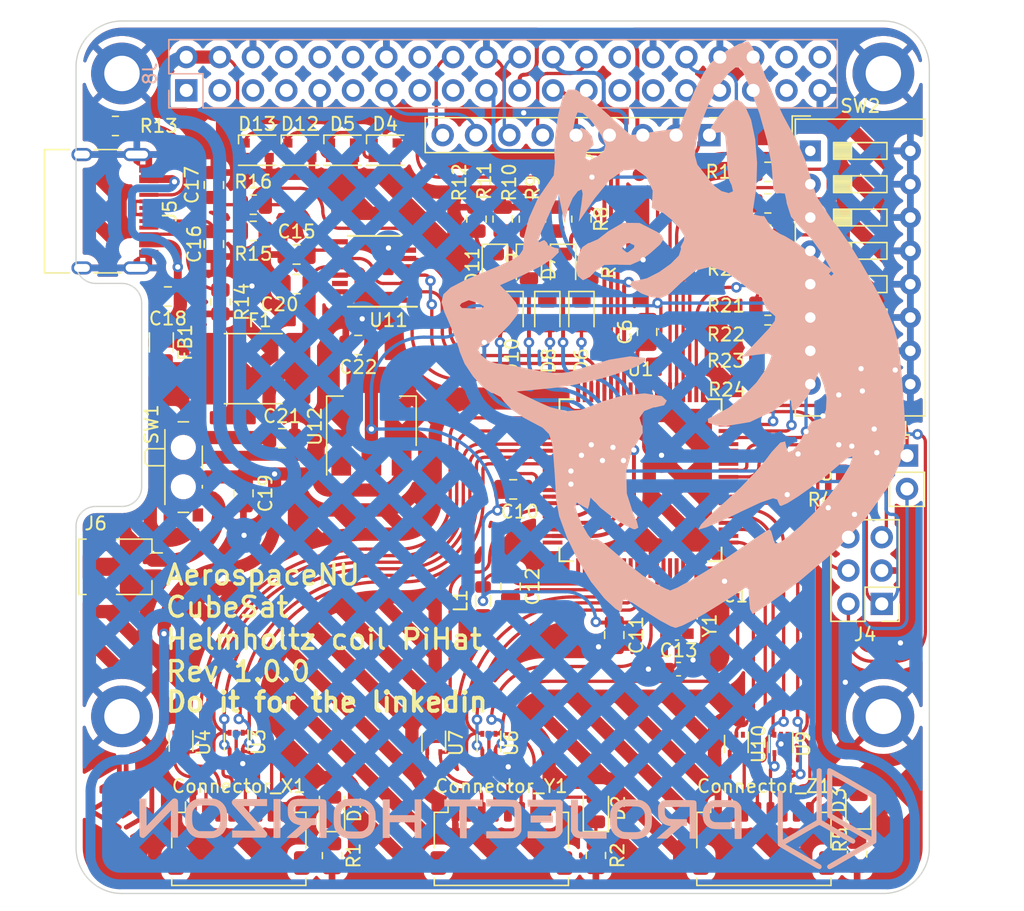
<source format=kicad_pcb>
(kicad_pcb (version 20211014) (generator pcbnew)
  (layers (0 "F.Cu" signal) (31 "B.Cu" signal) (34 "B.Paste" user) (35 "F.Paste" user) (36 "B.SilkS" user "B.Silkscreen") (37 "F.SilkS" user "F.Silkscreen") (38 "B.Mask" user) (39 "F.Mask" user) (44 "Edge.Cuts" user))
  (net 0 "")
  (net 1 "+5V")
  (net 2 "5vX")
  (net 3 "5vY")
  (net 4 "Net-(C5-Pad1)")
  (net 5 "VDD")
  (net 6 "5vZ")
  (net 7 "AVDD")
  (net 8 "OSCI")
  (net 9 "OSCO")
  (net 10 "3v3OUT")
  (net 11 "Net-(C16-Pad1)")
  (net 12 "Net-(C17-Pad1)")
  (net 13 "Net-(C18-Pad1)")
  (net 14 "VBUS_USBC")
  (net 15 "Net-(D1-Pad1)")
  (net 16 "Net-(D2-Pad1)")
  (net 17 "Net-(D3-Pad1)")
  (net 18 "Net-(D4-Pad2)")
  (net 19 "Net-(D4-Pad4)")
  (net 20 "Net-(D12-Pad4)")
  (net 21 "Net-(D6-Pad1)")
  (net 22 "dsPIC_LED_00")
  (net 23 "Net-(D7-Pad1)")
  (net 24 "dsPIC_LED_01")
  (net 25 "Net-(D8-Pad1)")
  (net 26 "dsPIC_LED_02")
  (net 27 "Net-(D9-Pad1)")
  (net 28 "dsPIC_LED_03")
  (net 29 "Net-(D10-Pad1)")
  (net 30 "dsPIC_LED_04")
  (net 31 "Net-(D11-Pad1)")
  (net 32 "dsPIC_LED_05")
  (net 33 "Net-(D12-Pad2)")
  (net 35 "MCLR")
  (net 36 "PGD")
  (net 37 "PGC")
  (net 39 "Net-(J5-PadA5)")
  (net 41 "Net-(J5-PadB5)")
  (net 43 "PI_MISO")
  (net 44 "PI_MOSI")
  (net 45 "PI_SCLK")
  (net 46 "PI_CE1")
  (net 55 "RST")
  (net 59 "Backlight")
  (net 60 "Data{slash}Command")
  (net 61 "PI_CE0")
  (net 66 "PI_NEOPIXEL")
  (net 73 "Net-(JP1-Pad2)")
  (net 74 "Net-(R15-Pad2)")
  (net 75 "Net-(R16-Pad2)")
  (net 76 "DIP_07")
  (net 77 "DIP_06")
  (net 78 "DIP_05")
  (net 79 "DIP_04")
  (net 80 "DIP_03")
  (net 81 "DIP_02")
  (net 82 "DIP_01")
  (net 83 "DIP_00")
  (net 84 "5vPSU")
  (net 85 "EXT_X_PWM_00")
  (net 87 "EXT_Y_PWM_00")
  (net 89 "EXT_Z_PWM_00")
  (net 90 "EXT_ADC_X_00")
  (net 91 "EXT_ADC_X_01")
  (net 92 "EXT_ADC_X_02")
  (net 94 "EXT_ADC_X_03")
  (net 97 "EXT_ADC_Y_00")
  (net 98 "EXT_ADC_Y_01")
  (net 99 "EXT_ADC_Y_02")
  (net 100 "EXT_ADC_Y_03")
  (net 105 "EXT_ADC_Z_00")
  (net 106 "EXT_ADC_Z_01")
  (net 107 "EXT_ADC_Z_02")
  (net 108 "EXT_ADC_Z_03")
  (net 111 "EXT_Z_PWM_01")
  (net 112 "EXT_Y_PWM_01")
  (net 113 "EXT_X_PWM_01")
  (net 114 "U1CTS")
  (net 115 "U1RTS")
  (net 116 "U1RX")
  (net 117 "U1TX")
  (net 128 "Net-(F1-Pad1)")
  (net 144 "AVSS")
  (footprint "Package_TO_SOT_SMD:SOT-553" (layer "F.Cu") (at 110.2 128.6 -90)
    (fp_text reference "U9")
    (fp_text value "DF5A6.2CJE_LM")
  )
  (footprint "LED_SMD:LED_0805_2012Metric" (layer "F.Cu") (at 89.6 95.8 -90)
    (fp_text reference "D10")
    (fp_text value "LED")
  )
  (footprint "LED_SMD:LED_WS2812B-2020_PLCC4_2.0x2.0mm" (layer "F.Cu") (at 80.05 83.35)
    (fp_text reference "D4")
    (fp_text value "WS2812B")
  )
  (footprint "Fiducial:Fiducial_0.5mm_Mask1.5mm" (layer "F.Cu") (at 118 136.5)
    (fp_text reference "REF**" hide)
    (fp_text value "Fiducial_0.5mm_Mask1.5mm")
  )
  (footprint "Package_TO_SOT_SMD:SOT-553" (layer "F.Cu") (at 68.7 128.45 -90)
    (fp_text reference "U3")
    (fp_text value "DF5A6.2CJE_LM")
  )
  (footprint "Resistor_SMD:R_0805_2012Metric" (layer "F.Cu") (at 109.2 95.2)
    (fp_text reference "R21")
    (fp_text value "10k")
  )
  (footprint "Resistor_SMD:R_0805_2012Metric" (layer "F.Cu") (at 70 87.5)
    (fp_text reference "R16")
    (fp_text value "27o")
  )
  (footprint "Resistor_SMD:R_0805_2012Metric" (layer "F.Cu") (at 91 88.6 90)
    (fp_text reference "R10")
    (fp_text value "R_Small")
  )
  (footprint "Resistor_SMD:R_0805_2012Metric" (layer "F.Cu") (at 109.2 97.4)
    (fp_text reference "R22")
    (fp_text value "10k")
  )
  (footprint "footprints:SmallLogo" (layer "F.Cu") (at 60 132.5)
    (fp_text reference "G***" hide)
    (fp_text value "LOGO" hide)
  )
  (footprint "Resistor_SMD:R_0805_2012Metric" (layer "F.Cu") (at 96.1 137.1 -90)
    (fp_text reference "R2")
    (fp_text value "R_Small")
  )
  (footprint "Package_SO:SSOP-16_3.9x4.9mm_P0.635mm" (layer "F.Cu") (at 79.2025 92.5525 180)
    (fp_text reference "U11")
    (fp_text value "FT230XS")
  )
  (footprint "Resistor_SMD:R_0805_2012Metric" (layer "F.Cu") (at 116 137 -90)
    (fp_text reference "R5")
    (fp_text value "R_Small")
  )
  (footprint "Resistor_SMD:R_0805_2012Metric" (layer "F.Cu") (at 76 137.1125 -90)
    (fp_text reference "R1")
    (fp_text value "R_Small")
  )
  (footprint "Package_TO_SOT_SMD:SOT-553" (layer "F.Cu") (at 106.8 128.6 -90)
    (fp_text reference "U10")
    (fp_text value "DF5A6.2CJE_LM")
  )
  (footprint "Connector_PinHeader_2.54mm:PinHeader_1x02_P2.54mm_Vertical" (layer "F.Cu") (at 119.8 106.625)
    (fp_text reference "JP1")
    (fp_text value "Jumper_2_Open")
  )
  (footprint "Resistor_SMD:R_0805_2012Metric" (layer "F.Cu") (at 109.2 99.4)
    (fp_text reference "R23")
    (fp_text value "10k")
  )
  (footprint "Capacitor_SMD:C_0805_2012Metric" (layer "F.Cu") (at 89.8 109.2 180)
    (fp_text reference "C10")
    (fp_text value "0.1uf Cer")
  )
  (footprint "LED_SMD:LED_0805_2012Metric" (layer "F.Cu") (at 95 95.8 -90)
    (fp_text reference "D6")
    (fp_text value "LED")
  )
  (footprint "Capacitor_SMD:C_0805_2012Metric" (layer "F.Cu") (at 73.3 93.55 180)
    (fp_text reference "C20")
    (fp_text value "100nf")
  )
  (footprint "Capacitor_SMD:C_0805_2012Metric" (layer "F.Cu") (at 73.3 91.3 180)
    (fp_text reference "C15")
    (fp_text value "100nf")
  )
  (footprint "Connector_PinHeader_2.54mm:PinHeader_2x03_P2.54mm_Vertical" (layer "F.Cu") (at 117.875 117.925 180)
    (fp_text reference "J4")
    (fp_text value "Conn_PIC_ICSP_ICD")
  )
  (footprint "Button_Switch_THT:SW_DIP_SPSTx08_Slide_9.78x22.5mm_W7.62mm_P2.54mm" (layer "F.Cu") (at 112.4325 83.4)
    (fp_text reference "SW2")
    (fp_text value "SW_DIP_x08")
  )
  (footprint "Button_Switch_SMD:SW_SPDT_PCM12" (layer "F.Cu") (at 65 107.5 -90)
    (fp_text reference "SW1")
    (fp_text value "POWER_Select")
  )
  (footprint "Capacitor_SMD:C_0805_2012Metric" (layer "F.Cu") (at 89.6 116.6 -90)
    (fp_text reference "C12")
    (fp_text value "0.1uf Cer")
  )
  (footprint "Resistor_SMD:R_0805_2012Metric" (layer "F.Cu") (at 95 88.6 90)
    (fp_text reference "R8")
    (fp_text value "R_Small")
  )
  (footprint "MountingHole:MountingHole_2.7mm_M2.5_DIN965_Pad" (layer "F.Cu") (at 118 77.5)
    (fp_text reference "H4" hide)
    (fp_text value "MountingHole_Pad")
  )
  (footprint "Fiducial:Fiducial_1mm_Mask2mm" (layer "F.Cu") (at 60 136.5)
    (fp_text reference "REF**" hide)
    (fp_text value "Fiducial_1mm_Mask2mm")
  )
  (footprint "Package_TO_SOT_SMD:SOT-553" (layer "F.Cu") (at 64.5 128.5 -90)
    (fp_text reference "U4")
    (fp_text value "DF5A6.2CJE_LM")
  )
  (footprint "Resistor_SMD:R_0805_2012Metric" (layer "F.Cu") (at 109.2 101.6)
    (fp_text reference "R24")
    (fp_text value "10k")
  )
  (footprint "Capacitor_SMD:C_0805_2012Metric" (layer "F.Cu") (at 72.2 105.3)
    (fp_text reference "C21")
    (fp_text value "4.7uf")
  )
  (footprint "Capacitor_SMD:C_0805_2012Metric" (layer "F.Cu") (at 97.5 120.3 -90)
    (fp_text reference "C11")
    (fp_text value "0.1uf Cer")
  )
  (footprint "Resistor_SMD:R_0805_2012Metric" (layer "F.Cu") (at 93 88.6 90)
    (fp_text reference "R9")
    (fp_text value "R_Small")
  )
  (footprint "Resistor_SMD:R_0805_2012Metric" (layer "F.Cu") (at 95.6 92.2 90)
    (fp_text reference "R7")
    (fp_text value "R_Small")
  )
  (footprint "Resistor_SMD:R_0805_2012Metric" (layer "F.Cu") (at 70 89.5)
    (fp_text reference "R15")
    (fp_text value "27o")
  )
  (footprint "LED_SMD:LED_0805_2012Metric" (layer "F.Cu") (at 93.6 92.2 -90)
    (fp_text reference "D7")
    (fp_text value "LED")
  )
  (footprint "Resistor_SMD:R_0805_2012Metric" (layer "F.Cu") (at 59.5 81.5 180)
    (fp_text reference "R13")
    (fp_text value "5.1k")
  )
  (footprint "Resistor_SMD:R_0805_2012Metric" (layer "F.Cu") (at 109.2 92.4 180)
    (fp_text reference "R20")
    (fp_text value "10k")
  )
  (footprint "Resistor_SMD:R_0805_2012Metric" (layer "F.Cu") (at 109.2 85 180)
    (fp_text reference "R17")
    (fp_text value "10k")
  )
  (footprint "LED_SMD:LED_WS2812B-2020_PLCC4_2.0x2.0mm" (layer "F.Cu") (at 70.3 83.35)
    (fp_text reference "D13")
    (fp_text value "WS2812B")
  )
  (footprint "LED_SMD:LED_0805_2012Metric" (layer "F.Cu") (at 76 133.6 90)
    (fp_text reference "D1")
    (fp_text value "LED")
  )
  (footprint "Package_TO_SOT_SMD:SOT-553" (layer "F.Cu") (at 83.75 128.53 -90)
    (fp_text reference "U7")
    (fp_text value "DF5A6.2CJE_LM")
  )
  (footprint "Resistor_SMD:R_0805_2012Metric" (layer "F.Cu") (at 109.2 87.4 180)
    (fp_text reference "R18")
    (fp_text value "10k")
  )
  (footprint "Crystal:Crystal_SMD_Abracon_ABM10-4Pin_2.5x2.0mm" (layer "F.Cu") (at 102.275 119.575 -90)
    (fp_text reference "Y1")
    (fp_text value "16MHz")
  )
  (footprint "Capacitor_SMD:C_0805_2012Metric" (layer "F.Cu") (at 67 86 90)
    (fp_text reference "C17")
    (fp_text value "47pf")
  )
  (footprint "Connector_USB:USB_C_Receptacle_HRO_TYPE-C-31-M-12" (layer "F.Cu") (at 58 88 -90)
    (fp_text reference "J5")
    (fp_text value "USB_C_Receptacle_USB2.0")
  )
  (footprint "Resistor_SMD:R_0805_2012Metric" (layer "F.Cu") (at 93.4125 85.4 180)
    (fp_text reference "R6")
    (fp_text value "470o")
  )
  (footprint "footprints:SmallLogo" (layer "F.Cu") (at 60 132.5)
    (fp_text reference "G***" hide)
    (fp_text value "LOGO" hide)
  )
  (footprint "MountingHole:MountingHole_2.7mm_M2.5_DIN965_Pad" (layer "F.Cu") (at 60 77.5)
    (fp_text reference "H1" hide)
    (fp_text value "MountingHole_Pad")
  )
  (footprint "LED_SMD:LED_WS2812B-2020_PLCC4_2.0x2.0mm" (layer "F.Cu") (at 73.55 83.35)
    (fp_text reference "D12")
    (fp_text value "WS2812B")
  )
  (footprint "Resistor_SMD:R_0805_2012Metric" (layer "F.Cu") (at 115.8125 108 180)
    (fp_text reference "R3")
    (fp_text value "10k")
  )
  (footprint "Resistor_SMD:R_0805_2012Metric" (layer "F.Cu") (at 87 88.6 90)
    (fp_text reference "R12")
    (fp_text value "R_Small")
  )
  (footprint "Package_QFP:TQFP-80_12x12mm_P0.5mm" (layer "F.Cu") (at 99.5 108.5)
    (fp_text reference "U1")
    (fp_text value "DSPIC33CH512MP508T-I_PT")
  )
  (footprint "Connector_Molex:Molex_Pico-Clasp_202396-0807_1x08-1MP_P1.00mm_Horizontal" (layer "F.Cu") (at 68.9 135.8)
    (fp_text reference "Connector_X1")
    (fp_text value "Conn_01x08")
  )
  (footprint "Capacitor_SMD:C_0805_2012Metric" (layer "F.Cu") (at 69.25 109.5 -90)
    (fp_text reference "C19")
    (fp_text value "10u")
  )
  (footprint "Resistor_SMD:R_0805_2012Metric" (layer "F.Cu") (at 89 88.6 90)
    (fp_text reference "R11")
    (fp_text value "R_Small")
  )
  (footprint "Resistor_SMD:R_0805_2012Metric" (layer "F.Cu") (at 109.2 89.8 180)
    (fp_text reference "R19")
    (fp_text value "10k")
  )
  (footprint "Fiducial:Fiducial_1mm_Mask2mm" (layer "F.Cu") (at 99.4 85.2)
    (fp_text reference "REF**" hide)
    (fp_text value "Fiducial_1mm_Mask2mm")
  )
  (footprint "LED_SMD:LED_0805_2012Metric" (layer "F.Cu") (at 116.1 133.4 90)
    (fp_text reference "D3")
    (fp_text value "LED")
  )
  (footprint "LED_SMD:LED_0805_2012Metric" (layer "F.Cu") (at 91 92.2 -90)
    (fp_text reference "D9")
    (fp_text value "LED")
  )
  (footprint "Package_TO_SOT_SMD:SOT-223-3_TabPin2" (layer "F.Cu") (at 79 104 90)
    (fp_text reference "U12")
    (fp_text value "NCP1117-3.3_SOT223")
  )
  (footprint "Inductor_SMD:L_0805_2012Metric" (layer "F.Cu") (at 87.5 117.7 -90)
    (fp_text reference "L1")
    (fp_text value "10 mA <1o")
  )
  (footprint "LED_SMD:LED_0805_2012Metric" (layer "F.Cu") (at 88.4 92.2 -90)
    (fp_text reference "D11")
    (fp_text value "LED")
  )
  (footprint "LED_SMD:LED_0805_2012Metric" (layer "F.Cu") (at 96.1 133.6 90)
    (fp_text reference "D2")
    (fp_text value "LED")
  )
  (footprint "Connector_Molex:Molex_Pico-Clasp_202396-0807_1x08-1MP_P1.00mm_Horizontal" (layer "F.Cu") (at 88.9 135.8)
    (fp_text reference "Connector_Y1")
    (fp_text value "Conn_01x08")
  )
  (footprint "Capacitor_SMD:C_0603_1608Metric" (layer "F.Cu") (at 102.4 122.9)
    (fp_text reference "C13")
    (fp_text value "12pF")
  )
  (footprint "Capacitor_SMD:C_0805_2012Metric" (layer "F.Cu") (at 100 97.2 90)
    (fp_text reference "C6")
    (fp_text value "0.1uf Cer")
  )
  (footprint "Capacitor_SMD:C_0805_2012Metric" (layer "F.Cu") (at 63.5 94.5 180)
    (fp_text reference "C18")
    (fp_text value "10nf")
  )
  (footprint "LED_SMD:LED_0805_2012Metric" (layer "F.Cu") (at 92.4 95.8 -90)
    (fp_text reference "D8")
    (fp_text value "LED")
  )
  (footprint "Resistor_SMD:R_0805_2012Metric" (layer "F.Cu") (at 67.5 94.9125 -90)
    (fp_text reference "R14")
    (fp_text value "5.1k")
  )
  (footprint "Capacitor_SMD:C_0805_2012Metric" (layer "F.Cu") (at 78 98.2 180)
    (fp_text reference "C22")
    (fp_text value "10u")
  )
  (footprint "Resistor_SMD:R_1206_3216Metric" (layer "F.Cu") (at 63 98 -90)
    (fp_text reference "FB1")
    (fp_text value "FerriteBead_Small")
  )
  (footprint "Capacitor_SMD:C_0603_1608Metric" (layer "F.Cu") (at 104 117)
    (fp_text reference "C14")
    (fp_text value "12pF")
  )
  (footprint "Capacitor_SMD:C_0805_2012Metric" (layer "F.Cu") (at 67 90.5 -90)
    (fp_text reference "C16")
    (fp_text value "47pf")
  )
  (footprint "Connector_Molex:Molex_Pico-Clasp_202396-0807_1x08-1MP_P1.00mm_Horizontal" (layer "F.Cu") (at 108.9 135.8)
    (fp_text reference "Connector_Z1")
    (fp_text value "Conn_01x08")
  )
  (footprint "Capacitor_SMD:C_0805_2012Metric" (layer "F.Cu") (at 116 105.35 -90)
    (fp_text reference "C5")
    (fp_text value "find val")
  )
  (footprint "MountingHole:MountingHole_2.7mm_M2.5_DIN965_Pad" (layer "F.Cu") (at 60 126.5)
    (fp_text reference "H2" hide)
    (fp_text value "MountingHole_Pad")
  )
  (footprint "LED_SMD:LED_WS2812B-2020_PLCC4_2.0x2.0mm" (layer "F.Cu") (at 76.8 83.35)
    (fp_text reference "D5")
    (fp_text value "WS2812B")
  )
  (footprint "Connector_Molex:Molex_Pico-Clasp_202396-0207_1x02-1MP_P1.00mm_Horizontal" (layer "F.Cu") (at 60.3 115.1 -90)
    (fp_text reference "J6")
    (fp_text value "PowerInput")
  )
  (footprint "Resistor_SMD:R_0805_2012Metric" (layer "F.Cu") (at 115.8125 110)
    (fp_text reference "R4")
    (fp_text value "470o")
  )
  (footprint "Connector_PinHeader_2.54mm:PinHeader_1x09_P2.54mm_Vertical" (layer "F.Cu") (at 104.75 82.2 -90)
    (fp_text reference "J1")
    (fp_text value "Conn_01x09_Female")
  )
  (footprint "Fuse:Fuse_2920_7451Metric" (layer "F.Cu") (at 70 100)
    (fp_text reference "F1")
    (fp_text value "3.5 A(?)")
  )
  (footprint "MountingHole:MountingHole_2.7mm_M2.5_DIN965_Pad" (layer "F.Cu") (at 118 126.5)
    (fp_text reference "H3" hide)
    (fp_text value "MountingHole_Pad")
  )
  (footprint "Capacitor_SMD:C_0805_2012Metric" (layer "F.Cu") (at 110 107.6 -90)
    (fp_text reference "C9")
    (fp_text value "0.1uf Cer")
  )
  (footprint "Package_TO_SOT_SMD:SOT-553" (layer "F.Cu") (at 87.95 128.53 -90)
    (fp_text reference "U6")
    (fp_text value "DF5A6.2CJE_LM")
  )
  (footprint "cubepattern:husky" (layer "B.Cu") (at 102.042846 97.222805 180)
    (fp_text reference "G***" hide)
    (fp_text value "LOGO" hide)
  )
  (footprint "Connector_PinSocket_2.54mm:PinSocket_2x20_P2.54mm_Vertical" (layer "B.Cu") (at 64.9 78.79 -90)
    (fp_text reference "J8")
    (fp_text value "RasPiHeaders")
  )
  (footprint "footprints:Banner" (layer "B.Cu") (at 89.71993 134.029263 180)
    (fp_text reference "G***" hide)
    (fp_text value "LOGO" hide)
  )
  (gr_arc (start 58 93.5) (mid 56.93934 93.06066) (end 56.5 92) (layer "Edge.Cuts") (width 0.1))
  (gr_line (start 60 73.5) (end 117.999999 73.500001) (layer "Edge.Cuts") (width 0.1))
  (gr_line (start 60 93.5) (end 58 93.5) (layer "Edge.Cuts") (width 0.1))
  (gr_line (start 56.5 92) (end 56.5 77) (layer "Edge.Cuts") (width 0.1))
  (gr_arc (start 61.5 109) (mid 61.06066 110.06066) (end 60 110.5) (layer "Edge.Cuts") (width 0.1))
  (gr_line (start 61.5 109) (end 61.5 95) (layer "Edge.Cuts") (width 0.1))
  (gr_line (start 58 110.5) (end 60 110.5) (layer "Edge.Cuts") (width 0.1))
  (gr_arc (start 117.999999 73.500001) (mid 120.474873 74.525127) (end 121.499999 77.000001) (layer "Edge.Cuts") (width 0.1))
  (gr_arc (start 121.499999 136.5) (mid 120.474873 138.974874) (end 117.999999 140) (layer "Edge.Cuts") (width 0.1))
  (gr_line (start 121.499999 126.499999) (end 121.499999 136.5) (layer "Edge.Cuts") (width 0.1))
  (gr_line (start 60 140.000001) (end 117.999999 140) (layer "Edge.Cuts") (width 0.1))
  (gr_arc (start 60 93.5) (mid 61.06066 93.93934) (end 61.5 95) (layer "Edge.Cuts") (width 0.1))
  (gr_line (start 56.5 126.5) (end 56.5 136.500001) (layer "Edge.Cuts") (width 0.1))
  (gr_arc (start 60 140.000001) (mid 57.525126 138.974875) (end 56.5 136.500001) (layer "Edge.Cuts") (width 0.1))
  (gr_line (start 121.499999 77.000001) (end 121.499999 126.499999) (layer "Edge.Cuts") (width 0.1))
  (gr_arc (start 56.5 77) (mid 57.525126 74.525126) (end 60 73.5) (layer "Edge.Cuts") (width 0.1))
  (gr_arc (start 56.5 112) (mid 56.93934 110.93934) (end 58 110.5) (layer "Edge.Cuts") (width 0.1))
  (gr_line (start 56.5 126.5) (end 56.5 112) (layer "Edge.Cuts") (width 0.1))
  (gr_text "Do it for the linkedin" (at 75.6 125.4) (layer "F.SilkS") (effects (font (size 1.5 1.5) (thickness 0.3))))
  (gr_text "AerospaceNU\nCubeSat\nHelmholtz coil PiHat\nRev 1.0.0" (at 63.2 119.4) (layer "F.SilkS") (effects (font (size 1.524 1.524) (thickness 0.254)) (justify left)))
  (segment (start 81.3 107.15) (end 81.3 107.7) (width 1) (layer "F.Cu") (net 1))
  (segment (start 110.1125 92.4) (end 110.1125 93.0875) (width 0.25) (layer "F.Cu") (net 1))
  (segment (start 66.43 108.25) (end 69.025 108.25) (width 1) (layer "F.Cu") (net 1))
  (segment (start 113.8 91.633491) (end 113.8 98.8) (width 0.5) (layer "F.Cu") (net 1))
  (segment (start 68.805 77.615) (end 68.805 82.22) (width 0.25) (layer "F.Cu") (net 1))
  (segment (start 111.1325 84.8) (end 113.6 84.8) (width 0.25) (layer "F.Cu") (net 1))
  (segment (start 108.2875 94.9125) (end 108.2875 95.2) (width 0.25) (layer "F.Cu") (net 1))
  (segment (start 73.435 82) (end 75.085 82) (width 0.25) (layer "F.Cu") (net 1))
  (segment (start 113.033491 92.4) (end 110.1125 92.4) (width 0.25) (layer "F.Cu") (net 1))
  (segment (start 113.8 85) (end 113.8 86.553491) (width 0.25) (layer "F.Cu") (net 1))
  (segment (start 71.625 108.025) (end 74.525 108.025) (width 1) (layer "F.Cu") (net 1))
  (segment (start 113.093491 89.8) (end 110.1125 89.8) (width 0.25) (layer "F.Cu") (net 1))
  (segment (start 108.2875 101.6) (end 108.2875 95.2) (width 0.25) (layer "F.Cu") (net 1))
  (segment (start 113.8 86.553491) (end 113.8 89.093491) (width 0.25) (layer "F.Cu") (net 1))
  (segment (start 76.685 82) (end 78.335 82) (width 0.25) (layer "F.Cu") (net 1))
  (segment (start 64.9 76.25) (end 67.44 76.25) (width 1) (layer "F.Cu") (net 1))
  (segment (start 113.8 89.093491) (end 113.8 91.633491) (width 0.25) (layer "F.Cu") (net 1))
  (segment (start 71.625 111.675) (end 71.625 108.025) (width 1) (layer "F.Cu") (net 1))
  (segment (start 114.6 99.6) (end 114.6 102) (width 0.5) (layer "F.Cu") (net 1))
  (segment (start 70.185 82) (end 71.835 82) (width 0.25) (layer "F.Cu") (net 1))
  (segment (start 75.75 109.25) (end 79.75 109.25) (width 1) (layer "F.Cu") (net 1))
  (segment (start 113.8 106.6) (end 113.8 110.6) (width 0.5) (layer "F.Cu") (net 1))
  (segment (start 110.1125 85) (end 110.9325 85) (width 0.25) (layer "F.Cu") (net 1))
  (segment (start 113.288491 87.065) (end 110.4475 87.065) (width 0.25) (layer "F.Cu") (net 1))
  (segment (start 69.25 108.025) (end 71.625 108.025) (width 1) (layer "F.Cu") (net 1))
  (via (at 114.6 102) (size 0.8) (drill 0.4) (layers "F.Cu" "B.Cu") (net 1))
  (via (at 71.625 108.025) (size 0.8) (drill 0.4) (layers "F.Cu" "B.Cu") (net 1))
  (via (at 114.6 105.8) (size 0.8) (drill 0.4) (layers "F.Cu" "B.Cu") (net 1))
  (via (at 63.2 120.2) (size 0.8) (drill 0.4) (layers "F.Cu" "B.Cu") (net 1))
  (via (at 113.8 110.6) (size 0.8) (drill 0.4) (layers "F.Cu" "B.Cu") (net 1))
  (arc (start 71.835 82) (mid 72.400685 82.234315) (end 72.635 82.8) (width 0.25) (layer "F.Cu") (net 1))
  (arc (start 113.8 91.633491) (mid 113.575495 92.175495) (end 113.033491 92.4) (width 0.25) (layer "F.Cu") (net 1))
  (arc (start 72.635 82.8) (mid 72.869315 82.234315) (end 73.435 82) (width 0.25) (layer "F.Cu") (net 1))
  (arc (start 110.9325 85) (mid 110.991079 84.858579) (end 111.1325 84.8) (width 0.25) (layer "F.Cu") (net 1))
  (arc (start 110.1125 93.0875) (mid 109.903814 93.591314) (end 109.4 93.8) (width 0.25) (layer "F.Cu") (net 1))
  (arc (start 113.8 98.8) (mid 113.917157 99.082843) (end 114.2 99.2) (width 0.5) (layer "F.Cu") (net 1))
  (arc (start 67.44 76.25) (mid 68.405201 76.649799) (end 68.805 77.615) (width 0.25) (layer "F.Cu") (net 1))
  (arc (start 69.025 108.25) (mid 69.184099 108.184099) (end 69.25 108.025) (width 1) (layer "F.Cu") (net 1))
  (arc (start 68.805 82.22) (mid 68.974878 82.630122) (end 69.385 82.8) (width 0.25) (layer "F.Cu") (net 1))
  (arc (start 114.6 105.8) (mid 114.034315 106.034315) (end 113.8 106.6) (width 0.5) (layer "F.Cu") (net 1))
  (arc (start 109.4 93.8) (mid 108.613344 94.125844) (end 108.2875 94.9125) (width 0.25) (layer "F.Cu") (net 1))
  (arc (start 74.525 108.025) (mid 74.860876 108.164124) (end 75 108.5) (width 1) (layer "F.Cu") (net 1))
  (arc (start 78.335 82) (mid 78.900685 82.234315) (end 79.135 82.8) (width 0.25) (layer "F.Cu") (net 1))
  (arc (start 113.6 84.8) (mid 113.741421 84.858579) (end 113.8 85) (width 0.25) (layer "F.Cu") (net 1))
  (arc (start 114.2 99.2) (mid 114.482843 99.317157) (end 114.6 99.6) (width 0.5) (layer "F.Cu") (net 1))
  (arc (start 68.1 115.2) (mid 70.592551 114.167551) (end 71.625 111.675) (width 1) (layer "F.Cu") (net 1))
  (arc (start 110.4475 87.065) (mid 110.210619 87.163119) (end 110.1125 87.4) (width 0.25) (layer "F.Cu") (net 1))
  (arc (start 75 108.5) (mid 75.21967 109.03033) (end 75.75 109.25) (width 1) (layer "F.Cu") (net 1))
  (arc (start 113.8 86.553491) (mid 113.650182 86.915182) (end 113.288491 87.065) (width 0.25) (layer "F.Cu") (net 1))
  (arc (start 75.885 82.8) (mid 76.119315 82.234315) (end 76.685 82) (width 0.25) (layer "F.Cu") (net 1))
  (arc (start 75.085 82) (mid 75.650685 82.234315) (end 75.885 82.8) (width 0.25) (layer "F.Cu") (net 1))
  (arc (start 63.2 120.1) (mid 64.635177 116.635177) (end 68.1 115.2) (width 1) (layer "F.Cu") (net 1))
  (arc (start 69.385 82.8) (mid 69.619315 82.234315) (end 70.185 82) (width 0.25) (layer "F.Cu") (net 1))
  (arc (start 81.3 107.7) (mid 80.846016 108.796016) (end 79.75 109.25) (width 1) (layer "F.Cu") (net 1))
  (arc (start 113.8 89.093491) (mid 113.593068 89.593068) (end 113.093491 89.8) (width 0.25) (layer "F.Cu") (net 1))
  (segment (start 67.44 103.84) (end 67.44 84.04) (width 1) (layer "B.Cu") (net 1))
  (segment (start 59.840191 139.3) (end 118.315992 139.3) (width 0.75) (layer "B.Cu") (net 1))
  (segment (start 63.2 79.8) (end 63.2 77.95) (width 1) (layer "B.Cu") (net 1))
  (segment (start 113.7 127.9) (end 113.7 110.7) (width 0.75) (layer "B.Cu") (net 1))
  (segment (start 120.4 137.215992) (end 120.4 134.6) (width 0.75) (layer "B.Cu") (net 1))
  (segment (start 63.2 120.2) (end 63.2 126.6) (width 0.75) (layer "B.Cu") (net 1))
  (segment (start 114.6 102) (end 114.6 105.8) (width 0.5) (layer "B.Cu") (net 1))
  (segment (start 57.6 132.2) (end 57.6 137.059809) (width 0.75) (layer "B.Cu") (net 1))
  (arc (start 115.2 129.4) (mid 114.13934 128.96066) (end 113.7 127.9) (width 0.75) (layer "B.Cu") (net 1))
  (arc (start 118.315992 139.3) (mid 119.789608 138.689608) (end 120.4 137.215992) (width 0.75) (layer "B.Cu") (net 1))
  (arc (start 120.4 134.6) (mid 118.876955 130.923045) (end 115.2 129.4) (width 0.75) (layer "B.Cu") (net 1))
  (arc (start 67.44 84.04) (mid 66.608183 82.031817) (end 64.6 81.2) (width 1) (layer "B.Cu") (net 1))
  (arc (start 60 129.8) (mid 58.302944 130.502944) (end 57.6 132.2) (width 0.75) (layer "B.Cu") (net 1))
  (arc (start 63.2 126.6) (mid 62.262742 128.862742) (end 60 129.8) (width 0.75) (layer "B.Cu") (net 1))
  (arc (start 57.6 137.059809) (mid 58.256137 138.643863) (end 59.840191 139.3) (width 0.75) (layer "B.Cu") (net 1))
  (arc (start 113.7 110.7) (mid 113.729289 110.629289) (end 113.8 110.6) (width 0.75) (layer "B.Cu") (net 1))
  (arc (start 63.2 77.95) (mid 63.697918 76.747918) (end 64.9 76.25) (width 1) (layer "B.Cu") (net 1))
  (arc (start 71.625 108.025) (mid 68.665758 106.799242) (end 67.44 103.84) (width 1) (layer "B.Cu") (net 1))
  (arc (start 64.6 81.2) (mid 63.610051 80.789949) (end 63.2 79.8) (width 1) (layer "B.Cu") (net 1))
  (segment (start 73.5125 132.6625) (end 76 132.6625) (width 0.25) (layer "F.Cu") (net 2))
  (arc (start 72.4 133.775) (mid 72.725844 132.988344) (end 73.5125 132.6625) (width 0.25) (layer "F.Cu") (net 2))
  (segment (start 93.5125 132.6625) (end 96.1 132.6625) (width 0.25) (layer "F.Cu") (net 3))
  (arc (start 92.4 133.775) (mid 92.725844 132.988344) (end 93.5125 132.6625) (width 0.25) (layer "F.Cu") (net 3))
  (segment (start 116 104.15) (end 116.85 104.15) (width 0.25) (layer "F.Cu") (net 4))
  (segment (start 119.8 106.625) (end 119.8 105.1) (width 0.25) (layer "F.Cu") (net 4))
  (via (at 117.3 104.6) (size 0.8) (drill 0.4) (layers "F.Cu" "B.Cu") (net 4))
  (via (at 116.4 101.7) (size 0.8) (drill 0.4) (layers "F.Cu" "B.Cu") (net 4))
  (arc (start 116.85 104.15) (mid 117.168198 104.281802) (end 117.3 104.6) (width 0.25) (layer "F.Cu") (net 4))
  (arc (start 119.8 105.1) (mid 118.804163 102.695837) (end 116.4 101.7) (width 0.25) (layer "F.Cu") (net 4))
  (segment (start 116.4 103.7) (end 116.4 101.7) (width 0.25) (layer "B.Cu") (net 4))
  (arc (start 117.3 104.6) (mid 116.663604 104.336396) (end 116.4 103.7) (width 0.25) (layer "B.Cu") (net 4))
  (segment (start 90.75 109.25) (end 90.75 109.2) (width 0.25) (layer "F.Cu") (net 5))
  (segment (start 103.95438 82.75438) (end 104.508759 82.2) (width 0.25) (layer "F.Cu") (net 5))
  (segment (start 116.725 107.175) (end 116.725 107.8) (width 0.25) (layer "F.Cu") (net 5))
  (segment (start 104.508759 82.2) (end 104.75 82.2) (width 0.25) (layer "F.Cu") (net 5))
  (segment (start 92.8 109.25) (end 90.8 109.25) (width 0.25) (layer "F.Cu") (net 5))
  (segment (start 101.971701 84.1) (end 102.60876 84.1) (width 0.25) (layer "F.Cu") (net 5))
  (segment (start 89 110.4) (end 89.6 110.4) (width 0.25) (layer "F.Cu") (net 5))
  (segment (start 100.8 95) (end 101.05 95.25) (width 0.25) (layer "F.Cu") (net 5))
  (segment (start 79 100.85) (end 79 98.25) (width 1) (layer "F.Cu") (net 5))
  (segment (start 111.5 106.5) (end 110.15 106.5) (width 0.25) (layer "F.Cu") (net 5))
  (segment (start 99.25 101.8) (end 99.25 98.9) (width 0.3) (layer "F.Cu") (net 5))
  (segment (start 115.335 117.925) (end 115.335 120.535) (width 0.25) (layer "F.Cu") (net 5))
  (segment (start 79 104.6) (end 79 100.85) (width 1) (layer "F.Cu") (net 5))
  (segment (start 121.2 105.6) (end 121.2 120) (width 0.25) (layer "F.Cu") (net 5))
  (segment (start 117.1 122.3) (end 118.9 122.3) (width 0.25) (layer "F.Cu") (net 5))
  (segment (start 99.75 118.205824) (end 99.75 115.2) (width 0.3) (layer "F.Cu") (net 5))
  (segment (start 97.5 119.35) (end 96.15 119.35) (width 0.3) (layer "F.Cu") (net 5))
  (segment (start 98.605824 119.35) (end 97.5 119.35) (width 0.3) (layer "F.Cu") (net 5))
  (segment (start 107.650773 108.25) (end 106.2 108.25) (width 0.25) (layer "F.Cu") (net 5))
  (segment (start 101.05 95.25) (end 101.05 97.1) (width 0.25) (layer "F.Cu") (net 5))
  (segment (start 100.8 95) (end 100.8 85.271701) (width 0.25) (layer "F.Cu") (net 5))
  (segment (start 109.250773 106.65) (end 110 106.65) (width 0.25) (layer "F.Cu") (net 5))
  (segment (start 79 107.15) (end 79 104.6) (width 1) (layer "F.Cu") (net 5))
  (via (at 120.6 105) (size 0.8) (drill 0.4) (layers "F.Cu" "B.Cu") (net 5))
  (via (at 88.6 110.8) (size 0.8) (drill 0.4) (layers "F.Cu" "B.Cu") (net 5))
  (via (at 117.5 106.4) (size 0.8) (drill 0.4) (layers "F.Cu" "B.Cu") (net 5))
  (via (at 111.5 106.5) (size 0.8) (drill 0.4) (layers "F.Cu" "B.Cu") (net 5))
  (via (at 96.1 119.3) (size 0.8) (drill 0.4) (layers "F.Cu" "B.Cu") (net 5))
  (via (at 79 104.6) (size 0.8) (drill 0.4) (layers "F.Cu" "B.Cu") (net 5))
  (via (at 87.5 117.7) (size 0.8) (drill 0.4) (layers "F.Cu" "B.Cu") (net 5))
  (via (at 100.8 95) (size 0.8) (drill 0.4) (layers "F.Cu" "B.Cu") (net 5))
  (arc (start 117.6125 106.5125) (mid 117.57955 106.43295) (end 117.5 106.4) (width 0.25) (layer "F.Cu") (net 5))
  (arc (start 96.15 119.35) (mid 96.114645 119.335355) (end 96.1 119.3) (width 0.3) (layer "F.Cu") (net 5))
  (arc (start 90.8 109.25) (mid 90.764645 109.235355) (end 90.75 109.2) (width 0.25) (layer "F.Cu") (net 5))
  (arc (start 110.15 106.5) (mid 110.043934 106.543934) (end 110 106.65) (width 0.25) (layer "F.Cu") (net 5))
  (arc (start 79 98.25) (mid 78.985355 98.214645) (end 78.95 98.2) (width 1) (layer "F.Cu") (net 5))
  (arc (start 89.6 110.4) (mid 90.413173 110.063173) (end 90.75 109.25) (width 0.25) (layer "F.Cu") (net 5))
  (arc (start 108.5245 107.376273) (mid 108.73722 106.86272) (end 109.250773 106.65) (width 0.25) (layer "F.Cu") (net 5))
  (arc (start 101.05 97.1) (mid 100.742462 97.842462) (end 100 98.15) (width 0.25) (layer "F.Cu") (net 5))
  (arc (start 117.5 106.4) (mid 116.951992 106.626992) (end 116.725 107.175) (width 0.25) (layer "F.Cu") (net 5))
  (arc (start 115.335 120.535) (mid 115.851957 121.783043) (end 117.1 122.3) (width 0.25) (layer "F.Cu") (net 5))
  (arc (start 108.5245 107.376273) (mid 108.268591 107.994091) (end 107.650773 108.25) (width 0.25) (layer "F.Cu") (net 5))
  (arc (start 97.85 119.3) (mid 97.885355 119.285355) (end 97.9 119.25) (width 0.25) (layer "F.Cu") (net 5))
  (arc (start 99.25 98.9) (mid 99.46967 98.36967) (end 100 98.15) (width 0.3) (layer "F.Cu") (net 5))
  (arc (start 99.75 118.205824) (mid 99.414879 119.014879) (end 98.605824 119.35) (width 0.3) (layer "F.Cu") (net 5))
  (arc (start 121.2 120) (mid 120.526346 121.626346) (end 118.9 122.3) (width 0.25) (layer "F.Cu") (net 5))
  (arc (start 120.6 105) (mid 121.024264 105.175736) (end 121.2 105.6) (width 0.25) (layer "F.Cu") (net 5))
  (arc (start 100.8 85.271701) (mid 101.143183 84.443183) (end 101.971701 84.1) (width 0.25) (layer "F.Cu") (net 5))
  (arc (start 102.60876 84.1) (mid 103.560257 83.705877) (end 103.95438 82.75438) (width 0.25) (layer "F.Cu") (net 5))
  (arc (start 88.6 110.8) (mid 88.717157 110.517157) (end 89 110.4) (width 0.25) (layer "F.Cu") (net 5))
  (segment (start 87.5 117.7) (end 87.5 111.9) (width 0.25) (layer "B.Cu") (net 5))
  (segment (start 120.6 105) (end 118.9 105) (width 0.25) (layer "B.Cu") (net 5))
  (segment (start 79 104.6) (end 79 101.6) (width 0.25) (layer "B.Cu") (net 5))
  (segment (start 117.5 106.4) (end 117.375 106.525) (width 0.25) (layer "B.Cu") (net 5))
  (segment (start 83 97.6) (end 84.5 97.6) (width 0.25) (layer "B.Cu") (net 5))
  (segment (start 82.4 104.6) (end 79 104.6) (width 0.25) (layer "B.Cu") (net 5))
  (segment (start 111.7 106.7) (end 117.2 106.7) (width 0.25) (layer "B.Cu") (net 5))
  (segment (start 120.4 105) (end 120.6 105) (width 0.25) (layer "B.Cu") (net 5))
  (segment (start 86.9 95.2) (end 100.6 95.2) (width 0.25) (layer "B.Cu") (net 5))
  (segment (start 100.8 95) (end 112.223491 95) (width 0.25) (layer "B.Cu") (net 5))
  (segment (start 117.4 100.176509) (end 117.4 102) (width 0.25) (layer "B.Cu") (net 5))
  (segment (start 88.2 117) (end 93.8 117) (width 0.25) (layer "B.Cu") (net 5))
  (segment (start 100.6 95.2) (end 100.8 95) (width 0.25) (layer "B.Cu") (net 5))
  (arc (start 87.5 111.9) (mid 87.822183 111.122183) (end 88.6 110.8) (width 0.25) (layer "B.Cu") (net 5))
  (arc (start 84.5 97.6) (mid 85.631371 97.131371) (end 86.1 96) (width 0.25) (layer "B.Cu") (net 5))
  (arc (start 117.2 106.7) (mid 117.412132 106.612132) (end 117.5 106.4) (width 0.25) (layer "B.Cu") (net 5))
  (arc (start 118.9 105) (mid 117.910051 105.410051) (end 117.5 106.4) (width 0.25) (layer "B.Cu") (net 5))
  (arc (start 88.6 110.8) (mid 86.784062 106.415938) (end 82.4 104.6) (width 0.25) (layer "B.Cu") (net 5))
  (arc (start 117.4 102) (mid 118.27868 104.12132) (end 120.4 105) (width 0.25) (layer "B.Cu") (net 5))
  (arc (start 111.5 106.5) (mid 111.558579 106.641421) (end 111.7 106.7) (width 0.25) (layer "B.Cu") (net 5))
  (arc (start 112.223491 95) (mid 115.883836 96.516164) (end 117.4 100.176509) (width 0.25) (layer "B.Cu") (net 5))
  (arc (start 79 101.6) (mid 80.171573 98.771573) (end 83 97.6) (width 0.25) (layer "B.Cu") (net 5))
  (arc (start 87.5 117.7) (mid 87.705025 117.205025) (end 88.2 117) (width 0.25) (layer "B.Cu") (net 5))
  (arc (start 93.8 117) (mid 95.426346 117.673654) (end 96.1 119.3) (width 0.25) (layer "B.Cu") (net 5))
  (arc (start 86.1 96) (mid 86.334315 95.434315) (end 86.9 95.2) (width 0.25) (layer "B.Cu") (net 5))
  (segment (start 113.7125 132.4625) (end 116.1 132.4625) (width 0.25) (layer "F.Cu") (net 6))
  (arc (start 112.4 133.775) (mid 112.784422 132.846922) (end 113.7125 132.4625) (width 0.25) (layer "F.Cu") (net 6))
  (segment (start 96.507328 116.4) (end 90.35 116.4) (width 0.25) (layer "F.Cu") (net 7))
  (segment (start 96.75 115.2) (end 96.75 116.157328) (width 0.25) (layer "F.Cu") (net 7))
  (segment (start 89.6 115.65) (end 88.4875 115.65) (width 0.25) (layer "F.Cu") (net 7))
  (arc (start 90.35 116.4) (mid 89.81967 116.18033) (end 89.6 115.65) (width 0.25) (layer "F.Cu") (net 7))
  (arc (start 96.75 116.157328) (mid 96.678923 116.328923) (end 96.507328 116.4) (width 0.25) (layer "F.Cu") (net 7))
  (arc (start 88.4875 115.65) (mid 87.789232 115.939232) (end 87.5 116.6375) (width 0.25) (layer "F.Cu") (net 7))
  (segment (start 101.25 115.2) (end 101.25 118.75) (width 0.25) (layer "F.Cu") (net 8))
  (segment (start 101.7 118.95) (end 102.225 119.475) (width 0.25) (layer "F.Cu") (net 8))
  (segment (start 102.225 119.475) (end 102.225 122.3) (width 0.25) (layer "F.Cu") (net 8))
  (segment (start 101.45 118.95) (end 101.7 118.95) (width 0.25) (layer "F.Cu") (net 8))
  (arc (start 102.225 122.3) (mid 102.049264 122.724264) (end 101.625 122.9) (width 0.25) (layer "F.Cu") (net 8))
  (arc (start 101.25 118.75) (mid 101.308579 118.891421) (end 101.45 118.95) (width 0.25) (layer "F.Cu") (net 8))
  (segment (start 101.75 115.2) (end 101.75 117.55) (width 0.25) (layer "F.Cu") (net 9))
  (segment (start 103.1 118.9) (end 103.1 118.95) (width 0.25) (layer "F.Cu") (net 9))
  (segment (start 103.1 118.95) (end 103.1 117.125) (width 0.25) (layer "F.Cu") (net 9))
  (arc (start 103.1 117.125) (mid 103.136612 117.036612) (end 103.225 117) (width 0.25) (layer "F.Cu") (net 9))
  (arc (start 101.75 117.55) (mid 101.881802 117.868198) (end 102.2 118) (width 0.25) (layer "F.Cu") (net 9))
  (arc (start 102.2 118) (mid 102.836396 118.263604) (end 103.1 118.9) (width 0.25) (layer "F.Cu") (net 9))
  (segment (start 76.6025 91.6) (end 76.6025 90.965) (width 0.25) (layer "F.Cu") (net 10))
  (segment (start 74.585 90.965) (end 76.6025 90.965) (width 0.25) (layer "F.Cu") (net 10))
  (segment (start 76.6025 91.6) (end 78 91.6) (width 0.25) (layer "F.Cu") (net 10))
  (segment (start 79.905 93.505) (end 81.8025 93.505) (width 0.25) (layer "F.Cu") (net 10))
  (arc (start 74.25 91.3) (mid 74.348119 91.063119) (end 74.585 90.965) (width 0.25) (layer "F.Cu") (net 10))
  (arc (start 78 91.6) (mid 78.850296 91.952204) (end 79.2025 92.8025) (width 0.25) (layer "F.Cu") (net 10))
  (arc (start 79.2025 92.8025) (mid 79.408257 93.299243) (end 79.905 93.505) (width 0.25) (layer "F.Cu") (net 10))
  (segment (start 66.2 88.75) (end 63.07 88.75) (width 0.25) (layer "F.Cu") (net 11))
  (segment (start 69.0875 89.5) (end 67.05 89.5) (width 0.25) (layer "F.Cu") (net 11))
  (segment (start 63.095 87.775) (end 63.07 87.75) (width 0.25) (layer "F.Cu") (net 11))
  (segment (start 63.07 87.75) (end 62.045 87.75) (width 0.25) (layer "F.Cu") (net 11))
  (segment (start 63.07 88.75) (end 63.095 88.725) (width 0.25) (layer "F.Cu") (net 11))
  (segment (start 63.095 88.725) (end 63.095 88.095) (width 0.25) (layer "F.Cu") (net 11))
  (segment (start 63.095 88.095) (end 63.095 87.775) (width 0.25) (layer "F.Cu") (net 11))
  (segment (start 62.045 88.75) (end 63.07 88.75) (width 0.25) (layer "F.Cu") (net 11))
  (arc (start 67 89.55) (mid 66.765685 88.984315) (end 66.2 88.75) (width 0.25) (layer "F.Cu") (net 11))
  (arc (start 67.05 89.5) (mid 67.014645 89.514645) (end 67 89.55) (width 0.25) (layer "F.Cu") (net 11))
  (segment (start 61.056029 87.25) (end 62.045 87.25) (width 0.25) (layer "F.Cu") (net 12))
  (segment (start 60.995 88.225) (end 60.995 87.311029) (width 0.25) (layer "F.Cu") (net 12))
  (segment (start 62.045 87.25) (end 66.7 87.25) (width 0.25) (layer "F.Cu") (net 12))
  (segment (start 62.045 88.25) (end 61.02 88.25) (width 0.25) (layer "F.Cu") (net 12))
  (segment (start 69.0875 87.5) (end 67.55 87.5) (width 0.25) (layer "F.Cu") (net 12))
  (segment (start 61.02 88.25) (end 60.995 88.225) (width 0.25) (layer "F.Cu") (net 12))
  (arc (start 67.55 87.5) (mid 67.161091 87.338909) (end 67 86.95) (width 0.25) (layer "F.Cu") (net 12))
  (arc (start 60.995 87.311029) (mid 61.012875 87.267875) (end 61.056029 87.25) (width 0.25) (layer "F.Cu") (net 12))
  (arc (start 66.7 87.25) (mid 66.912132 87.162132) (end 67 86.95) (width 0.25) (layer "F.Cu") (net 12))
  (segment (start 64.25 92.25) (end 64.25 94.3) (width 0.6) (layer "F.Cu") (net 13))
  (segment (start 64.45 94.5) (end 64.45 95.0875) (width 1) (layer "F.Cu") (net 13))
  (segment (start 62.045 90.45) (end 63.45 90.45) (width 0.6) (layer "F.Cu") (net 13))
  (segment (start 62.045 85.55) (end 63.8 85.55) (width 0.6) (layer "F.Cu") (net 13))
  (segment (start 64.25 91.25) (end 64.25 92.25) (width 0.6) (layer "F.Cu") (net 13))
  (via (at 64 85.75) (size 0.8) (drill 0.4) (layers "F.Cu" "B.Cu") (net 13))
  (via (at 64.25 92.25) (size 0.8) (drill 0.4) (layers "F.Cu" "B.Cu") (net 13))
  (arc (start 64.25 94.3) (mid 64.308579 94.441421) (end 64.45 94.5) (width 0.6) (layer "F.Cu") (net 13))
  (arc (start 63.45 90.45) (mid 64.015685 90.684315) (end 64.25 91.25) (width 0.6) (layer "F.Cu") (net 13))
  (arc (start 64.45 95.0875) (mid 64.025305 96.112805) (end 63 96.5375) (width 1) (layer "F.Cu") (net 13))
  (arc (start 63.8 85.55) (mid 63.941421 85.608579) (end 64 85.75) (width 0.6) (layer "F.Cu") (net 13))
  (segment (start 60.75 86.75) (end 60.75 89.25) (width 0.6) (layer "B.Cu") (net 13))
  (segment (start 63.5 86.25) (end 61.25 86.25) (width 0.6) (layer "B.Cu") (net 13))
  (segment (start 62 90) (end 61.5 90) (width 0.6) (layer "B.Cu") (net 13))
  (arc (start 60.75 89.25) (mid 60.96967 89.78033) (end 61.5 90) (width 0.6) (layer "B.Cu") (net 13))
  (arc (start 61.25 86.25) (mid 60.896447 86.396447) (end 60.75 86.75) (width 0.6) (layer "B.Cu") (net 13))
  (arc (start 64 85.75) (mid 63.853553 86.103553) (end 63.5 86.25) (width 0.6) (layer "B.Cu") (net 13))
  (arc (start 64.25 92.25) (mid 63.59099 90.65901) (end 62 90) (width 0.6) (layer "B.Cu") (net 13))
  (segment (start 66.43 105.25) (end 70.95 105.25) (width 1) (layer "F.Cu") (net 14))
  (segment (start 73.3875 100) (end 73.3875 97.940673) (width 1) (layer "F.Cu") (net 14))
  (segment (start 76.6025 92.235) (end 75.565 92.235) (width 0.25) (layer "F.Cu") (net 14))
  (segment (start 71.2 105.5) (end 71.2 102.1875) (width 1) (layer "F.Cu") (net 14))
  (segment (start 74.25 97.078173) (end 74.25 93.55) (width 1) (layer "F.Cu") (net 14))
  (arc (start 73.3875 97.940673) (mid 73.99738 97.688053) (end 74.25 97.078173) (width 1) (layer "F.Cu") (net 14))
  (arc (start 70.95 105.25) (mid 71.126777 105.323223) (end 71.2 105.5) (width 1) (layer "F.Cu") (net 14))
  (arc (start 71.2 102.1875) (mid 71.840704 100.640704) (end 73.3875 100) (width 1) (layer "F.Cu") (net 14))
  (arc (start 75.565 92.235) (mid 74.635155 92.620155) (end 74.25 93.55) (width 0.25) (layer "F.Cu") (net 14))
  (segment (start 76 134.5375) (end 76 136.2) (width 0.25) (layer "F.Cu") (net 15))
  (segment (start 96.1 134.5375) (end 96.1 136.1875) (width 0.25) (layer "F.Cu") (net 16))
  (segment (start 116.1 134.3375) (end 116.1 136.0875) (width 0.25) (layer "F.Cu") (net 17))
  (segment (start 79.135 83.9) (end 79.065 83.9) (width 0.25) (layer "F.Cu") (net 18))
  (segment (start 77.715 82.8) (end 77.965 82.8) (width 0.25) (layer "F.Cu") (net 18))
  (segment (start 78.4325 83.2675) (end 78.4325 83.5325) (width 0.25) (layer "F.Cu") (net 18))
  (arc (start 77.965 82.8) (mid 78.295572 82.936928) (end 78.4325 83.2675) (width 0.25) (layer "F.Cu") (net 18))
  (arc (start 78.4325 83.5325) (mid 78.540138 83.792362) (end 78.8 83.9) (width 0.25) (layer "F.Cu") (net 18))
  (segment (start 92.5 85.4) (end 84.15 85.4) (width 0.25) (layer "F.Cu") (net 19))
  (segment (start 81.55 82.8) (end 80.965 82.8) (width 0.25) (layer "F.Cu") (net 19))
  (arc (start 82.5 83.75) (mid 82.221751 83.078249) (end 81.55 82.8) (width 0.25) (layer "F.Cu") (net 19))
  (arc (start 84.15 85.4) (mid 82.983274 84.916726) (end 82.5 83.75) (width 0.25) (layer "F.Cu") (net 19))
  (segment (start 74.465 82.8) (end 74.7 82.8) (width 0.25) (layer "F.Cu") (net 20))
  (segment (start 75.8 83.9) (end 75.885 83.9) (width 0.25) (layer "F.Cu") (net 20))
  (arc (start 75.2 83.3) (mid 75.375736 83.724264) (end 75.8 83.9) (width 0.25) (layer "F.Cu") (net 20))
  (arc (start 74.7 82.8) (mid 75.053553 82.946447) (end 75.2 83.3) (width 0.25) (layer "F.Cu") (net 20))
  (segment (start 95.6 93.1125) (end 95.6 94.2625) (width 0.3) (layer "F.Cu") (net 21))
  (arc (start 95.6 94.2625) (mid 95.424264 94.686764) (end 95 94.8625) (width 0.3) (layer "F.Cu") (net 21))
  (segment (start 95.85 112.75) (end 92.8 112.75) (width 0.3) (layer "F.Cu") (net 22))
  (segment (start 95 96.7375) (end 95 98) (width 0.25) (layer "F.Cu") (net 22))
  (segment (start 99 106.2) (end 99 109.6) (width 0.3) (layer "F.Cu") (net 22))
  (via (at 99 106.2) (size 0.8) (drill 0.4) (layers "F.Cu" "B.Cu") (net 22))
  (via (at 95 98) (size 0.8) (drill 0.4) (layers "F.Cu" "B.Cu") (net 22))
  (arc (start 99 109.6) (mid 98.077386 111.827386) (end 95.85 112.75) (width 0.3) (layer "F.Cu") (net 22))
  (segment (start 95.001415 99.467444) (end 95.001415 98.001415) (width 0.3) (layer "B.Cu") (net 22))
  (segment (start 99 103.4) (end 99 106.2) (width 0.3) (layer "B.Cu") (net 22))
  (arc (start 95.001415 99.467444) (mid 95.200192 99.847385) (end 95.6 100) (width 0.3) (layer "B.Cu") (net 22))
  (arc (start 95.6 100) (mid 98.004163 100.995837) (end 99 103.4) (width 0.3) (layer "B.Cu") (net 22))
  (arc (start 95.001415 98.001415) (mid 95.001001 98.000414) (end 95 98) (width 0.3) (layer "B.Cu") (net 22))
  (segment (start 95 89.5125) (end 94.8875 89.5125) (width 0.3) (layer "F.Cu") (net 23))
  (segment (start 94.2 90.2) (end 94.2 90.6625) (width 0.3) (layer "F.Cu") (net 23))
  (arc (start 94.2 90.6625) (mid 94.024264 91.086764) (end 93.6 91.2625) (width 0.3) (layer "F.Cu") (net 23))
  (arc (start 94.8875 89.5125) (mid 94.401364 89.713864) (end 94.2 90.2) (width 0.3) (layer "F.Cu") (net 23))
  (segment (start 98.2 107) (end 98.2 109.6) (width 0.3) (layer "F.Cu") (net 24))
  (segment (start 93.6 98) (end 93.6 93.1375) (width 0.3) (layer "F.Cu") (net 24))
  (segment (start 95.55 112.25) (end 92.8 112.25) (width 0.3) (layer "F.Cu") (net 24))
  (via (at 93.6 98) (size 0.8) (drill 0.4) (layers "F.Cu" "B.Cu") (net 24))
  (via (at 98.2 107) (size 0.8) (drill 0.4) (layers "F.Cu" "B.Cu") (net 24))
  (arc (start 98.2 109.6) (mid 97.423833 111.473833) (end 95.55 112.25) (width 0.3) (layer "F.Cu") (net 24))
  (segment (start 94.8 100.6) (end 95.22884 100.6) (width 0.3) (layer "B.Cu") (net 24))
  (segment (start 98.2 103.57116) (end 98.2 107) (width 0.3) (layer "B.Cu") (net 24))
  (segment (start 93.6 98) (end 93.601998 98.001998) (width 0.3) (layer "B.Cu") (net 24))
  (segment (start 93.601998 98.001998) (end 93.601998 99.504812) (width 0.3) (layer "B.Cu") (net 24))
  (arc (start 95.22884 100.6) (mid 97.329767 101.470233) (end 98.2 103.57116) (width 0.3) (layer "B.Cu") (net 24))
  (arc (start 93.601998 99.504812) (mid 93.989292 100.284733) (end 94.8 100.6) (width 0.3) (layer "B.Cu") (net 24))
  (segment (start 92.4 94.8625) (end 92.4 89.7125) (width 0.3) (layer "F.Cu") (net 25))
  (arc (start 92.4 89.7125) (mid 92.458579 89.571079) (end 92.6 89.5125) (width 0.3) (layer "F.Cu") (net 25))
  (segment (start 97.4 106) (end 97.4 109.6) (width 0.3) (layer "F.Cu") (net 26))
  (segment (start 92.6 96.7375) (end 92.6 98) (width 0.3) (layer "F.Cu") (net 26))
  (segment (start 95.25 111.75) (end 92.8 111.75) (width 0.3) (layer "F.Cu") (net 26))
  (via (at 97.4 106) (size 0.8) (drill 0.4) (layers "F.Cu" "B.Cu") (net 26))
  (via (at 92.6 98) (size 0.8) (drill 0.4) (layers "F.Cu" "B.Cu") (net 26))
  (arc (start 97.4 109.6) (mid 96.77028 111.12028) (end 95.25 111.75) (width 0.3) (layer "F.Cu") (net 26))
  (segment (start 92.6 99.8) (end 92.6 100.600427) (width 0.3) (layer "B.Cu") (net 26))
  (segment (start 97.4 106) (end 97.4 105.400427) (width 0.3) (layer "B.Cu") (net 26))
  (segment (start 92.6 98) (end 92.6 99.8) (width 0.3) (layer "B.Cu") (net 26))
  (arc (start 97.4 105.400427) (mid 96.111145 102.288855) (end 92.999573 101) (width 0.3) (layer "B.Cu") (net 26))
  (arc (start 92.6 100.600427) (mid 92.717032 100.882968) (end 92.999573 101) (width 0.3) (layer "B.Cu") (net 26))
  (segment (start 91 91.2625) (end 91 89.9125) (width 0.3) (layer "F.Cu") (net 27))
  (arc (start 91 89.9125) (mid 90.882843 89.629657) (end 90.6 89.5125) (width 0.3) (layer "F.Cu") (net 27))
  (segment (start 91 98) (end 91 93.1375) (width 0.3) (layer "F.Cu") (net 28))
  (segment (start 94.15 111.25) (end 92.8 111.25) (width 0.3) (layer "F.Cu") (net 28))
  (segment (start 96.6 107) (end 96.6 108.8) (width 0.3) (layer "F.Cu") (net 28))
  (via (at 91 98) (size 0.8) (drill 0.4) (layers "F.Cu" "B.Cu") (net 28))
  (via (at 96.6 107) (size 0.8) (drill 0.4) (layers "F.Cu" "B.Cu") (net 28))
  (arc (start 96.6 108.8) (mid 95.882412 110.532412) (end 94.15 111.25) (width 0.3) (layer "F.Cu") (net 28))
  (segment (start 91 98) (end 91.002195 98.002195) (width 0.3) (layer "B.Cu") (net 28))
  (segment (start 96.6 105) (end 96.6 107) (width 0.3) (layer "B.Cu") (net 28))
  (segment (start 91.002195 98.002195) (end 91.002195 99.544052) (width 0.3) (layer "B.Cu") (net 28))
  (arc (start 91.002195 99.544052) (mid 91.696097 101.005701) (end 93.2 101.6) (width 0.3) (layer "B.Cu") (net 28))
  (arc (start 93.2 101.6) (mid 95.604163 102.595837) (end 96.6 105) (width 0.3) (layer "B.Cu") (net 28))
  (segment (start 89.6 90.5125) (end 89.6 94.8625) (width 0.3) (layer "F.Cu") (net 29))
  (arc (start 88.6 89.5125) (mid 89.307107 89.805393) (end 89.6 90.5125) (width 0.3) (layer "F.Cu") (net 29))
  (segment (start 95.7495 105.8) (end 95.7495 109.113352) (width 0.3) (layer "F.Cu") (net 30))
  (segment (start 88.8 98) (end 88.8 97.5375) (width 0.3) (layer "F.Cu") (net 30))
  (segment (start 94.612852 110.25) (end 92.8 110.25) (width 0.3) (layer "F.Cu") (net 30))
  (via (at 95.7495 105.8) (size 0.8) (drill 0.4) (layers "F.Cu" "B.Cu") (net 30))
  (via (at 88.8 98) (size 0.8) (drill 0.4) (layers "F.Cu" "B.Cu") (net 30))
  (arc (start 88.8 97.5375) (mid 89.034315 96.971815) (end 89.6 96.7375) (width 0.3) (layer "F.Cu") (net 30))
  (arc (start 95.7495 109.113352) (mid 95.416584 109.917084) (end 94.612852 110.25) (width 0.3) (layer "F.Cu") (net 30))
  (segment (start 95.7495 104.5495) (end 95.7495 105.8) (width 0.3) (layer "B.Cu") (net 30))
  (segment (start 88.8 98) (end 88.8 100) (width 0.3) (layer "B.Cu") (net 30))
  (segment (start 91.2 102.4) (end 93.6 102.4) (width 0.3) (layer "B.Cu") (net 30))
  (arc (start 93.6 102.4) (mid 95.119926 103.029574) (end 95.7495 104.5495) (width 0.3) (layer "B.Cu") (net 30))
  (arc (start 88.8 100) (mid 89.502944 101.697056) (end 91.2 102.4) (width 0.3) (layer "B.Cu") (net 30))
  (segment (start 87 89.5125) (end 87 89.8625) (width 0.3) (layer "F.Cu") (net 31))
  (arc (start 87 89.8625) (mid 87.410051 90.852449) (end 88.4 91.2625) (width 0.3) (layer "F.Cu") (net 31))
  (segment (start 87.6 98) (end 87.6 93.9375) (width 0.3) (layer "F.Cu") (net 32))
  (segment (start 95 108.65) (end 95 106.6) (width 0.3) (layer "F.Cu") (net 32))
  (segment (start 92.8 109.75) (end 93.9 109.75) (width 0.3) (layer "F.Cu") (net 32))
  (via (at 87.6 98) (size 0.8) (drill 0.4) (layers "F.Cu" "B.Cu") (net 32))
  (via (at 95 106.6) (size 0.8) (drill 0.4) (layers "F.Cu" "B.Cu") (net 32))
  (arc (start 93.9 109.75) (mid 94.677817 109.427817) (end 95 108.65) (width 0.3) (layer "F.Cu") (net 32))
  (arc (start 87.6 93.9375) (mid 87.834315 93.371815) (end 88.4 93.1375) (width 0.3) (layer "F.Cu") (net 32))
  (segment (start 95 104.6) (end 95 106.6) (width 0.3) (layer "B.Cu") (net 32))
  (segment (start 87.6 98) (end 87.6 100.4) (width 0.3) (layer "B.Cu") (net 32))
  (segment (start 90.2 103) (end 93.4 103) (width 0.3) (layer "B.Cu") (net 32))
  (arc (start 93.4 103) (mid 94.531371 103.468629) (end 95 104.6) (width 0.3) (layer "B.Cu") (net 32))
  (arc (start 87.6 100.4) (mid 88.361522 102.238478) (end 90.2 103) (width 0.3) (layer "B.Cu") (net 32))
  (segment (start 72.635 83.9) (end 72.565 83.9) (width 0.25) (layer "F.Cu") (net 33))
  (segment (start 71.465 82.8) (end 71.215 82.8) (width 0.25) (layer "F.Cu") (net 33))
  (arc (start 71.465 82.8) (mid 71.795572 82.936928) (end 71.9325 83.2675) (width 0.25) (layer "F.Cu") (net 33))
  (arc (start 72.565 83.9) (mid 72.117755 83.714745) (end 71.9325 83.2675) (width 0.25) (layer "F.Cu") (net 33))
  (segment (start 92.8 107.75) (end 94.15 107.75) (width 0.25) (layer "F.Cu") (net 35))
  (segment (start 116.725 109.8) (end 116.7 109.825) (width 0.25) (layer "F.Cu") (net 35))
  (segment (start 116.7 109.825) (end 116.7 116.75) (width 0.25) (layer "F.Cu") (net 35))
  (via (at 94.2 107.8) (size 0.8) (drill 0.4) (layers "F.Cu" "B.Cu") (net 35))
  (arc (start 94.15 107.75) (mid 94.185355 107.764645) (end 94.2 107.8) (width 0.25) (layer "F.Cu") (net 35))
  (arc (start 116.7 116.75) (mid 117.04415 117.58085) (end 117.875 117.925) (width 0.25) (layer "F.Cu") (net 35))
  (segment (start 119.1 111.5) (end 119.1 116.7) (width 0.25) (layer "B.Cu") (net 35))
  (segment (start 113.3 108.6) (end 117.1 108.6) (width 0.25) (layer "B.Cu") (net 35))
  (segment (start 118.2 109.7) (end 118.2 110.7) (width 0.25) (layer "B.Cu") (net 35))
  (segment (start 94.2 107.8) (end 112.5 107.8) (width 0.25) (layer "B.Cu") (net 35))
  (segment (start 118.6 111.1) (end 118.7 111.1) (width 0.25) (layer "B.Cu") (net 35))
  (arc (start 112.5 107.8) (mid 112.853553 107.946447) (end 113 108.3) (width 0.25) (layer "B.Cu") (net 35))
  (arc (start 118.2 110.7) (mid 118.317157 110.982843) (end 118.6 111.1) (width 0.25) (layer "B.Cu") (net 35))
  (arc (start 119.1 116.7) (mid 118.741206 117.566206) (end 117.875 117.925) (width 0.25) (layer "B.Cu") (net 35))
  (arc (start 117.1 108.6) (mid 117.877817 108.922183) (end 118.2 109.7) (width 0.25) (layer "B.Cu") (net 35))
  (arc (start 113 108.3) (mid 113.087868 108.512132) (end 113.3 108.6) (width 0.25) (layer "B.Cu") (net 35))
  (arc (start 118.7 111.1) (mid 118.982843 111.217157) (end 119.1 111.5) (width 0.25) (layer "B.Cu") (net 35))
  (segment (start 111.275 103.275) (end 107.925 103.275) (width 0.25) (layer "F.Cu") (net 36))
  (segment (start 113 113.05) (end 113 105) (width 0.25) (layer "F.Cu") (net 36))
  (segment (start 107.45 103.75) (end 106.2 103.75) (width 0.25) (layer "F.Cu") (net 36))
  (arc (start 113 105) (mid 112.494759 103.780241) (end 111.275 103.275) (width 0.25) (layer "F.Cu") (net 36))
  (arc (start 107.925 103.275) (mid 107.836612 103.311612) (end 107.8 103.4) (width 0.25) (layer "F.Cu") (net 36))
  (arc (start 115.335 115.385) (mid 113.683906 114.701094) (end 113 113.05) (width 0.25) (layer "F.Cu") (net 36))
  (arc (start 107.8 103.4) (mid 107.697487 103.647487) (end 107.45 103.75) (width 0.25) (layer "F.Cu") (net 36))
  (segment (start 116.7 102.8) (end 105.25 102.8) (width 0.25) (layer "F.Cu") (net 37))
  (segment (start 118.225 112.495) (end 118.225 104.325) (width 0.25) (layer "F.Cu") (net 37))
  (arc (start 105.25 102.8) (mid 104.542893 102.507107) (end 104.25 101.8) (width 0.25) (layer "F.Cu") (net 37))
  (arc (start 118.225 104.325) (mid 117.778338 103.246662) (end 116.7 102.8) (width 0.25) (layer "F.Cu") (net 37))
  (arc (start 117.875 112.845) (mid 118.122487 112.742487) (end 118.225 112.495) (width 0.25) (layer "F.Cu") (net 37))
  (segment (start 62.045 86.75) (end 63.75 86.75) (width 0.25) (layer "F.Cu") (net 39))
  (segment (start 62.25 81.5) (end 60.4125 81.5) (width 0.25) (layer "F.Cu") (net 39))
  (segment (start 64.75 85.75) (end 64.75 84) (width 0.25) (layer "F.Cu") (net 39))
  (arc (start 63.75 86.75) (mid 64.457107 86.457107) (end 64.75 85.75) (width 0.25) (layer "F.Cu") (net 39))
  (arc (start 64.75 84) (mid 64.017767 82.232233) (end 62.25 81.5) (width 0.25) (layer "F.Cu") (net 39))
  (segment (start 62.045 89.75) (end 63.75 89.75) (width 0.25) (layer "F.Cu") (net 41))
  (segment (start 65 91) (end 65 91.5) (width 0.25) (layer "F.Cu") (net 41))
  (arc (start 65 91.5) (mid 65.732233 93.267767) (end 67.5 94) (width 0.25) (layer "F.Cu") (net 41))
  (arc (start 63.75 89.75) (mid 64.633883 90.116117) (end 65 91) (width 0.25) (layer "F.Cu") (net 41))
  (segment (start 99.67 82.2) (end 99.26 81.79) (width 0.3) (layer "F.Cu") (net 43))
  (segment (start 97.75 101) (end 97.75 84.45) (width 0.3) (layer "F.Cu") (net 43))
  (segment (start 99.26 81.79) (end 99.26 75.96) (width 0.3) (layer "F.Cu") (net 43))
  (segment (start 99.67 82.53) (end 99.67 82.2) (width 0.3) (layer "F.Cu") (net 43))
  (segment (start 97.9 74.6) (end 92.6 74.6) (width 0.3) (layer "F.Cu") (net 43))
  (segment (start 91.6 75.6) (end 91.6 76.6) (width 0.3) (layer "F.Cu") (net 43))
  (segment (start 90.3 77.9) (end 90.3 78.79) (width 0.3) (layer "F.Cu") (net 43))
  (arc (start 99.26 75.96) (mid 98.861665 74.998335) (end 97.9 74.6) (width 0.3) (layer "F.Cu") (net 43))
  (arc (start 91.6 76.6) (mid 91.307107 77.307107) (end 90.6 77.6) (width 0.3) (layer "F.Cu") (net 43))
  (arc (start 97.75 84.45) (mid 98.057538 83.707538) (end 98.8 83.4) (width 0.3) (layer "F.Cu") (net 43))
  (arc (start 92.6 74.6) (mid 91.892893 74.892893) (end 91.6 75.6) (width 0.3) (layer "F.Cu") (net 43))
  (arc (start 90.6 77.6) (mid 90.387868 77.687868) (end 90.3 77.9) (width 0.3) (layer "F.Cu") (net 43))
  (arc (start 98.8 83.4) (mid 99.415183 83.145183) (end 99.67 82.53) (width 0.3) (layer "F.Cu") (net 43))
  (segment (start 97.25 101.8) (end 97.25 82.32) (width 0.3) (layer "F.Cu") (net 44))
  (arc (start 97.25 82.32) (mid 97.214853 82.235147) (end 97.13 82.2) (width 0.3) (layer "F.Cu") (net 44))
  (segment (start 88.3 82.5) (end 88.3 79.33) (width 0.3) (layer "B.Cu") (net 44))
  (segment (start 97.13 82.2) (end 97.13 82.37) (width 0.3) (layer "B.Cu") (net 44))
  (segment (start 96.1 83.4) (end 89.2 83.4) (width 0.3) (layer "B.Cu") (net 44))
  (arc (start 97.13 82.37) (mid 96.82832 83.09832) (end 96.1 83.4) (width 0.3) (layer "B.Cu") (net 44))
  (arc (start 88.3 79.33) (mid 88.141838 78.948162) (end 87.76 78.79) (width 0.3) (layer "B.Cu") (net 44))
  (arc (start 89.2 83.4) (mid 88.563604 83.136396) (end 88.3 82.5) (width 0.3) (layer "B.Cu") (net 44))
  (segment (start 96.75 101.8) (end 96.75 84.35) (width 0.3) (layer "F.Cu") (net 45))
  (segment (start 96 83.6) (end 95.99 83.6) (width 0.3) (layer "F.Cu") (net 45))
  (segment (start 94.59 82.2) (end 94.59 80.54) (width 0.3) (layer "F.Cu") (net 45))
  (arc (start 96.75 84.35) (mid 96.53033 83.81967) (end 96 83.6) (width 0.3) (layer "F.Cu") (net 45))
  (arc (start 94.59 80.54) (mid 94.077437 79.302563) (end 92.84 78.79) (width 0.3) (layer "F.Cu") (net 45))
  (arc (start 95.99 83.6) (mid 95.000051 83.189949) (end 94.59 82.2) (width 0.3) (layer "F.Cu") (net 45))
  (segment (start 92.84 78.75) (end 93.39 79.3) (width 0.3) (layer "B.Cu") (net 45))
  (arc (start 94.59 82.2) (mid 94.300086 82.079914) (end 94.18 81.79) (width 0.3) (layer "B.Cu") (net 45))
  (segment (start 94.13 77.5) (end 92.410152 77.5) (width 0.25) (layer "F.Cu") (net 46))
  (segment (start 91.665 78.245152) (end 91.665 81.815) (width 0.25) (layer "F.Cu") (net 46))
  (arc (start 95.38 76.25) (mid 95.013883 77.133883) (end 94.13 77.5) (width 0.25) (layer "F.Cu") (net 46))
  (arc (start 92.410152 77.5) (mid 91.88325 77.71825) (end 91.665 78.245152) (width 0.25) (layer "F.Cu") (net 46))
  (arc (start 91.665 81.815) (mid 91.777764 82.087236) (end 92.05 82.2) (width 0.25) (layer "F.Cu") (net 46))
  (segment (start 85.37 80.6) (end 81.95 80.6) (width 0.25) (layer "B.Cu") (net 55))
  (arc (start 81.95 80.6) (mid 80.670137 80.069863) (end 80.14 78.79) (width 0.25) (layer "B.Cu") (net 55))
  (arc (start 86.97 82.2) (mid 86.501371 81.068629) (end 85.37 80.6) (width 0.25) (layer "B.Cu") (net 55))
  (segment (start 83.93946 81.70946) (end 83.93946 77.53054) (width 0.25) (layer "F.Cu") (net 59))
  (arc (start 83.93946 77.53054) (mid 84.314521 76.625061) (end 85.22 76.25) (width 0.25) (layer "F.Cu") (net 59))
  (arc (start 84.43 82.2) (mid 84.083136 82.056324) (end 83.93946 81.70946) (width 0.25) (layer "F.Cu") (net 59))
  (segment (start 89.125 81.815) (end 89.125 77.425) (width 0.25) (layer "B.Cu") (net 60))
  (arc (start 89.125 77.425) (mid 89.46915 76.59415) (end 90.3 76.25) (width 0.25) (layer "B.Cu") (net 60))
  (arc (start 89.51 82.2) (mid 89.237764 82.087236) (end 89.125 81.815) (width 0.25) (layer "B.Cu") (net 60))
  (segment (start 98.25 101.8) (end 98.25 93.75) (width 0.3) (layer "F.Cu") (net 61))
  (via (at 98.6 93.4) (size 0.8) (drill 0.4) (layers "F.Cu" "B.Cu") (net 61))
  (arc (start 98.25 93.75) (mid 98.352513 93.502513) (end 98.6 93.4) (width 0.3) (layer "F.Cu") (net 61))
  (segment (start 98.4 83) (end 98.4 81.1) (width 0.3) (layer "B.Cu") (net 61))
  (segment (start 93.4 88.2) (end 93.4 86.1) (width 0.3) (layer "B.Cu") (net 61))
  (segment (start 95.2 84.3) (end 97.1 84.3) (width 0.3) (layer "B.Cu") (net 61))
  (segment (start 96.7 79.4) (end 96.7 78.272943) (width 0.3) (layer "B.Cu") (net 61))
  (segment (start 95.877057 77.45) (end 94.04 77.45) (width 0.3) (layer "B.Cu") (net 61))
  (arc (start 97.1 84.3) (mid 98.019239 83.919239) (end 98.4 83) (width 0.3) (layer "B.Cu") (net 61))
  (arc (start 95.877057 77.45) (mid 96.458966 77.691034) (end 96.7 78.272943) (width 0.3) (layer "B.Cu") (net 61))
  (arc (start 98.4 81.1) (mid 98.165685 80.534315) (end 97.6 80.3) (width 0.3) (layer "B.Cu") (net 61))
  (arc (start 94.04 77.45) (mid 93.191472 77.098528) (end 92.84 76.25) (width 0.3) (layer "B.Cu") (net 61))
  (arc (start 97.6 80.3) (mid 96.963604 80.036396) (end 96.7 79.4) (width 0.3) (layer "B.Cu") (net 61))
  (arc (start 93.4 86.1) (mid 93.927208 84.827208) (end 95.2 84.3) (width 0.3) (layer "B.Cu") (net 61))
  (arc (start 98.6 93.4) (mid 94.923045 91.876955) (end 93.4 88.2) (width 0.3) (layer "B.Cu") (net 61))
  (segment (start 94.325 85.4) (end 95.8 85.4) (width 0.25) (layer "F.Cu") (net 66))
  (via (at 95.8 85.4) (size 0.8) (drill 0.4) (layers "F.Cu" "B.Cu") (net 66))
  (segment (start 104.175 77.425) (end 105.836701 77.425) (width 0.25) (layer "B.Cu") (net 66))
  (segment (start 104.4 85.4) (end 95.8 85.4) (width 0.25) (layer "B.Cu") (net 66))
  (segment (start 106.8 78.388299) (end 106.8 83) (width 0.25) (layer "B.Cu") (net 66))
  (arc (start 105.836701 77.425) (mid 106.517856 77.707144) (end 106.8 78.388299) (width 0.25) (layer "B.Cu") (net 66))
  (arc (start 106.8 83) (mid 106.097056 84.697056) (end 104.4 85.4) (width 0.25) (layer "B.Cu") (net 66))
  (arc (start 103 76.25) (mid 103.34415 77.08085) (end 104.175 77.425) (width 0.25) (layer "B.Cu") (net 66))
  (segment (start 114.9 109.8) (end 114.9 110.2) (width 0.25) (layer "F.Cu") (net 73))
  (segment (start 114.9 109.8) (end 114.9 107.8) (width 0.25) (layer "F.Cu") (net 73))
  (via (at 115.8 111.1) (size 0.8) (drill 0.4) (layers "F.Cu" "B.Cu") (net 73))
  (arc (start 114.9 110.2) (mid 115.163604 110.836396) (end 115.8 111.1) (width 0.25) (layer "F.Cu") (net 73))
  (segment (start 119.8 119) (end 119.8 109.165) (width 0.25) (layer "B.Cu") (net 73))
  (segment (start 117.4 119.8) (end 119 119.8) (width 0.25) (layer "B.Cu") (net 73))
  (segment (start 116.51 111.81) (end 116.51 118.91) (width 0.25) (layer "B.Cu") (net 73))
  (arc (start 116.51 118.91) (mid 116.770675 119.539325) (end 117.4 119.8) (width 0.25) (layer "B.Cu") (net 73))
  (arc (start 115.8 111.1) (mid 116.302046 111.307954) (end 116.51 111.81) (width 0.25) (layer "B.Cu") (net 73))
  (arc (start 119 119.8) (mid 119.565685 119.565685) (end 119.8 119) (width 0.25) (layer "B.Cu") (net 73))
  (segment (start 80.7725 89.3) (end 76.6 89.3) (width 0.25) (layer "F.Cu") (net 74))
  (segment (start 73.55 86.25) (end 70.75 86.25) (width 0.25) (layer "F.Cu") (net 74))
  (segment (start 70 87) (end 70 88.5875) (width 0.25) (layer "F.Cu") (net 74))
  (arc (start 70.75 86.25) (mid 70.21967 86.46967) (end 70 87) (width 0.25) (layer "F.Cu") (net 74))
  (arc (start 76.6 89.3) (mid 75.680761 88.919239) (end 75.3 88) (width 0.25) (layer "F.Cu") (net 74))
  (arc (start 81.8025 90.33) (mid 81.50082 89.60168) (end 80.7725 89.3) (width 0.25) (layer "F.Cu") (net 74))
  (arc (start 75.3 88) (mid 74.787437 86.762563) (end 73.55 86.25) (width 0.25) (layer "F.Cu") (net 74))
  (arc (start 70 88.5875) (mid 70.267265 89.232735) (end 70.9125 89.5) (width 0.25) (layer "F.Cu") (net 74))
  (segment (start 72.7 87.5) (end 70.9125 87.5) (width 0.25) (layer "F.Cu") (net 75))
  (segment (start 76.6025 90.33) (end 75.53 90.33) (width 0.25) (layer "F.Cu") (net 75))
  (arc (start 74.4 89.2) (mid 73.902082 87.997918) (end 72.7 87.5) (width 0.25) (layer "F.Cu") (net 75))
  (arc (start 75.53 90.33) (mid 74.730969 89.999031) (end 74.4 89.2) (width 0.25) (layer "F.Cu") (net 75))
  (segment (start 106.2 105.25) (end 111.65 105.25) (width 0.25) (layer "F.Cu") (net 76))
  (segment (start 110.1125 101.6) (end 112.1125 101.6) (width 0.25) (layer "F.Cu") (net 76))
  (via (at 112.107448 104.792552) (size 0.8) (drill 0.4) (layers "F.Cu" "B.Cu") (net 76))
  (arc (start 112.1125 101.6) (mid 112.338774 101.506274) (end 112.4325 101.28) (width 0.25) (layer "F.Cu") (net 76))
  (arc (start 111.65 105.25) (mid 111.973465 105.116017) (end 112.107448 104.792552) (width 0.25) (layer "F.Cu") (net 76))
  (segment (start 112.107448 104.792552) (end 112.107448 101.605052) (width 0.25) (layer "B.Cu") (net 76))
  (arc (start 112.107448 101.605052) (mid 112.202654 101.375206) (end 112.4325 101.28) (width 0.25) (layer "B.Cu") (net 76))
  (segment (start 110.1125 99.4) (end 111.7725 99.4) (width 0.25) (layer "F.Cu") (net 77))
  (segment (start 106.2 104.75) (end 110.55 104.75) (width 0.25) (layer "F.Cu") (net 77))
  (via (at 111 104.3) (size 0.8) (drill 0.4) (layers "F.Cu" "B.Cu") (net 77))
  (arc (start 110.55 104.75) (mid 110.868198 104.618198) (end 111 104.3) (width 0.25) (layer "F.Cu") (net 77))
  (arc (start 111.7725 99.4) (mid 112.23919 99.20669) (end 112.4325 98.74) (width 0.25) (layer "F.Cu") (net 77))
  (segment (start 111 104.3) (end 111 100.1725) (width 0.25) (layer "B.Cu") (net 77))
  (arc (start 111 100.1725) (mid 111.41957 99.15957) (end 112.4325 98.74) (width 0.25) (layer "B.Cu") (net 77))
  (segment (start 111.3125 96.2) (end 112.4325 96.2) (width 0.25) (layer "F.Cu") (net 78))
  (segment (start 106.2 104.25) (end 109.35 104.25) (width 0.25) (layer "F.Cu") (net 78))
  (via (at 109.6 104) (size 0.8) (drill 0.4) (layers "F.Cu" "B.Cu") (net 78))
  (arc (start 109.35 104.25) (mid 109.526777 104.176777) (end 109.6 104) (width 0.25) (layer "F.Cu") (net 78))
  (arc (start 110.1125 97.4) (mid 110.463972 96.551472) (end 111.3125 96.2) (width 0.25) (layer "F.Cu") (net 78))
  (segment (start 109.6 104) (end 109.6 99.0325) (width 0.25) (layer "B.Cu") (net 78))
  (arc (start 109.6 99.0325) (mid 110.42962 97.02962) (end 112.4325 96.2) (width 0.25) (layer "B.Cu") (net 78))
  (segment (start 110.1125 95.2) (end 110.8925 95.2) (width 0.25) (layer "F.Cu") (net 79))
  (segment (start 103.75 101.8) (end 103.75 96.25) (width 0.25) (layer "F.Cu") (net 79))
  (segment (start 106.2 93.8) (end 106.8 93.8) (width 0.25) (layer "F.Cu") (net 79))
  (via (at 106.8 93.8) (size 0.8) (drill 0.4) (layers "F.Cu" "B.Cu") (net 79))
  (arc (start 112.2925 93.8) (mid 112.391495 93.758995) (end 112.4325 93.66) (width 0.25) (layer "F.Cu") (net 79))
  (arc (start 110.8925 95.2) (mid 111.981444 94.748944) (end 112.4325 93.66) (width 0.25) (layer "F.Cu") (net 79))
  (arc (start 103.75 96.25) (mid 104.467588 94.517588) (end 106.2 93.8) (width 0.25) (layer "F.Cu") (net 79))
  (segment (start 106.94 93.66) (end 112.4325 93.66) (width 0.25) (layer "B.Cu") (net 79))
  (arc (start 106.8 93.8) (mid 106.841005 93.701005) (end 106.94 93.66) (width 0.25) (layer "B.Cu") (net 79))
  (segment (start 107.2 91) (end 112.3125 91) (width 0.25) (layer "F.Cu") (net 80))
  (segment (start 106 91) (end 107.2 91) (width 0.25) (layer "F.Cu") (net 80))
  (segment (start 108.2875 92.4) (end 108.2875 92.0875) (width 0.25) (layer "F.Cu") (net 80))
  (segment (start 103.25 101.8) (end 103.25 93.75) (width 0.25) (layer "F.Cu") (net 80))
  (arc (start 112.3125 91) (mid 112.397353 91.035147) (end 112.4325 91.12) (width 0.25) (layer "F.Cu") (net 80))
  (arc (start 103.25 93.75) (mid 104.055456 91.805456) (end 106 91) (width 0.25) (layer "F.Cu") (net 80))
  (arc (start 108.2875 92.0875) (mid 107.968979 91.318521) (end 107.2 91) (width 0.25) (layer "F.Cu") (net 80))
  (segment (start 108.2875 89.8) (end 108.2875 89.6875) (width 0.25) (layer "F.Cu") (net 81))
  (segment (start 102.75 101.8) (end 102.75 91.85) (width 0.25) (layer "F.Cu") (net 81))
  (segment (start 107.2 88.6) (end 112.4125 88.6) (width 0.25) (layer "F.Cu") (net 81))
  (segment (start 106 88.6) (end 107.2 88.6) (width 0.25) (layer "F.Cu") (net 81))
  (arc (start 102.75 91.85) (mid 103.701903 89.551903) (end 106 88.6) (width 0.25) (layer "F.Cu") (net 81))
  (arc (start 108.2875 89.6875) (mid 107.968979 88.918521) (end 107.2 88.6) (width 0.25) (layer "F.Cu") (net 81))
  (arc (start 112.4125 88.6) (mid 112.426642 88.594142) (end 112.4325 88.58) (width 0.25) (layer "F.Cu") (net 81))
  (segment (start 106 86.2) (end 106.7 86.2) (width 0.25) (layer "F.Cu") (net 82))
  (segment (start 106.7 86.2) (end 107.0875 86.2) (width 0.25) (layer "F.Cu") (net 82))
  (segment (start 106.7 86.2) (end 112.2725 86.2) (width 0.25) (layer "F.Cu") (net 82))
  (segment (start 102.25 101.8) (end 102.25 89.95) (width 0.25) (layer "F.Cu") (net 82))
  (arc (start 102.25 89.95) (mid 103.34835 87.29835) (end 106 86.2) (width 0.25) (layer "F.Cu") (net 82))
  (arc (start 112.2725 86.2) (mid 112.385637 86.153137) (end 112.4325 86.04) (width 0.25) (layer "F.Cu") (net 82))
  (arc (start 107.0875 86.2) (mid 107.936028 86.551472) (end 108.2875 87.4) (width 0.25) (layer "F.Cu") (net 82))
  (segment (start 107.2 83.6) (end 112.3325 83.6) (width 0.25) (layer "F.Cu") (net 83))
  (segment (start 108.2875 85) (end 108.2875 84.6875) (width 0.25) (layer "F.Cu") (net 83))
  (segment (start 101.75 101.8) (end 101.75 87.85) (width 0.25) (layer "F.Cu") (net 83))
  (segment (start 106 83.6) (end 107.2 83.6) (width 0.25) (layer "F.Cu") (net 83))
  (arc (start 101.75 87.85) (mid 102.994796 84.844796) (end 106 83.6) (width 0.25) (layer "F.Cu") (net 83))
  (arc (start 108.2875 84.6875) (mid 107.968979 83.918521) (end 107.2 83.6) (width 0.25) (layer "F.Cu") (net 83))
  (arc (start 112.3325 83.6) (mid 112.403211 83.570711) (end 112.4325 83.5) (width 0.25) (layer "F.Cu") (net 83))
  (segment (start 63.5 114.6) (end 62.325 114.6) (width 1) (layer "F.Cu") (net 84))
  (segment (start 66.43 109.75) (end 66.45 109.75) (width 1) (layer "F.Cu") (net 84))
  (arc (start 67.4 110.7) (mid 66.257716 113.457716) (end 63.5 114.6) (width 1) (layer "F.Cu") (net 84))
  (arc (start 66.45 109.75) (mid 67.121751 110.028249) (end 67.4 110.7) (width 1) (layer "F.Cu") (net 84))
  (segment (start 85 105.2) (end 85 110) (width 0.25) (layer "F.Cu") (net 85))
  (segment (start 66 127.3) (end 66 127.827125) (width 0.25) (layer "F.Cu") (net 85))
  (segment (start 66 126.345593) (end 66 127.3) (width 0.25) (layer "F.Cu") (net 85))
  (segment (start 66.4 132.2) (end 66.4 133.775) (width 0.25) (layer "F.Cu") (net 85))
  (segment (start 64 129.2) (end 64 129.8) (width 0.25) (layer "F.Cu") (net 85))
  (segment (start 65.427125 128.4) (end 64.8 128.4) (width 0.25) (layer "F.Cu") (net 85))
  (segment (start 81.25 113.75) (end 78.595593 113.75) (width 0.25) (layer "F.Cu") (net 85))
  (segment (start 92.8 103.75) (end 86.45 103.75) (width 0.25) (layer "F.Cu") (net 85))
  (arc (start 85 110) (mid 83.90165 112.65165) (end 81.25 113.75) (width 0.25) (layer "F.Cu") (net 85))
  (arc (start 78.595593 113.75) (mid 69.689164 117.439164) (end 66 126.345593) (width 0.25) (layer "F.Cu") (net 85))
  (arc (start 86.45 103.75) (mid 85.424695 104.174695) (end 85 105.2) (width 0.25) (layer "F.Cu") (net 85))
  (arc (start 64.8 128.4) (mid 64.234315 128.634315) (end 64 129.2) (width 0.25) (layer "F.Cu") (net 85))
  (arc (start 65.3 131.1) (mid 66.077817 131.422183) (end 66.4 132.2) (width 0.25) (layer "F.Cu") (net 85))
  (arc (start 64 129.8) (mid 64.380761 130.719239) (end 65.3 131.1) (width 0.25) (layer "F.Cu") (net 85))
  (arc (start 66 127.827125) (mid 65.832209 128.232209) (end 65.427125 128.4) (width 0.25) (layer "F.Cu") (net 85))
  (segment (start 92.8 110.75) (end 91.85 110.75) (width 0.25) (layer "F.Cu") (net 87))
  (segment (start 85 117.1) (end 85 128.105) (width 0.25) (layer "F.Cu") (net 87))
  (segment (start 87.1 115.5) (end 86.6 115.5) (width 0.25) (layer "F.Cu") (net 87))
  (segment (start 86.4 132.8) (end 86.4 133.775) (width 0.25) (layer "F.Cu") (net 87))
  (segment (start 83.25 129.23) (end 83.25 129.65) (width 0.25) (layer "F.Cu") (net 87))
  (segment (start 83.25 128.95) (end 83.25 129.23) (width 0.25) (layer "F.Cu") (net 87))
  (segment (start 84.705 128.4) (end 83.8 128.4) (width 0.25) (layer "F.Cu") (net 87))
  (arc (start 88 114.6) (mid 87.736396 115.236396) (end 87.1 115.5) (width 0.25) (layer "F.Cu") (net 87))
  (arc (start 85.7 132.1) (mid 86.194975 132.305025) (end 86.4 132.8) (width 0.25) (layer "F.Cu") (net 87))
  (arc (start 83.8 128.4) (mid 83.411091 128.561091) (end 83.25 128.95) (width 0.25) (layer "F.Cu") (net 87))
  (arc (start 91.85 110.75) (mid 89.127639 111.877639) (end 88 114.6) (width 0.25) (layer "F.Cu") (net 87))
  (arc (start 85 128.105) (mid 84.913597 128.313597) (end 84.705 128.4) (width 0.25) (layer "F.Cu") (net 87))
  (arc (start 86.6 115.5) (mid 85.468629 115.968629) (end 85 117.1) (width 0.25) (layer "F.Cu") (net 87))
  (arc (start 83.25 129.65) (mid 83.967588 131.382412) (end 85.7 132.1) (width 0.25) (layer "F.Cu") (net 87))
  (segment (start 108.1 128.363418) (end 108.1 114.4) (width 0.25) (layer "F.Cu") (net 89))
  (segment (start 106.3 129.275) (end 106.3 129.3) (width 0.25) (layer "F.Cu") (net 89))
  (segment (start 106.3 129.3) (end 106.3 133.675) (width 0.25) (layer "F.Cu") (net 89))
  (segment (start 106.2 113.25) (end 106.95 113.25) (width 0.25) (layer "F.Cu") (net 89))
  (segment (start 107.763418 128.7) (end 106.875 128.7) (width 0.25) (layer "F.Cu") (net 89))
  (arc (start 106.875 128.7) (mid 106.468414 128.868414) (end 106.3 129.275) (width 0.25) (layer "F.Cu") (net 89))
  (arc (start 106.95 113.25) (mid 107.763173 113.586827) (end 108.1 114.4) (width 0.25) (layer "F.Cu") (net 89))
  (arc (start 106.3 133.675) (mid 106.329289 133.745711) (end 106.4 133.775) (width 0.25) (layer "F.Cu") (net 89))
  (arc (start 108.1 128.363418) (mid 108.001417 128.601417) (end 107.763418 128.7) (width 0.25) (layer "F.Cu") (net 89))
  (segment (start 67.75 127.75) (end 68.2 127.75) (width 0.25) (layer "F.Cu") (net 90))
  (segment (start 86 106.981882) (end 86 110) (width 0.25) (layer "F.Cu") (net 90))
  (segment (start 81.465821 114.75) (end 78.510417 114.75) (width 0.25) (layer "F.Cu") (net 90))
  (segment (start 92.8 105.75) (end 87.231882 105.75) (width 0.25) (layer "F.Cu") (net 90))
  (segment (start 67 129.7) (end 67 128.5) (width 0.25) (layer "F.Cu") (net 90))
  (segment (start 68.4 133.775) (end 68.4 131.5) (width 0.25) (layer "F.Cu") (net 90))
  (segment (start 67 126.260417) (end 67 126.5) (width 0.25) (layer "F.Cu") (net 90))
  (segment (start 86 110) (end 85.99762 110.218201) (width 0.25) (layer "F.Cu") (net 90))
  (segment (start 67.7 130.8) (end 67.7 130.4) (width 0.25) (layer "F.Cu") (net 90))
  (arc (start 67.7 130.4) (mid 67.612132 130.187868) (end 67.4 130.1) (width 0.25) (layer "F.Cu") (net 90))
  (arc (start 78.510417 114.75) (mid 70.371323 118.121323) (end 67 126.260417) (width 0.25) (layer "F.Cu") (net 90))
  (arc (start 67.4 130.1) (mid 67.117157 129.982843) (end 67 129.7) (width 0.25) (layer "F.Cu") (net 90))
  (arc (start 87.231882 105.75) (mid 86.36081 106.11081) (end 86 106.981882) (width 0.25) (layer "F.Cu") (net 90))
  (arc (start 85.99762 110.218201) (mid 84.670287 113.422667) (end 81.465821 114.75) (width 0.25) (layer "F.Cu") (net 90))
  (arc (start 68.4 131.5) (mid 68.282843 131.217157) (end 68 131.1) (width 0.25) (layer "F.Cu") (net 90))
  (arc (start 68 131.1) (mid 67.787868 131.012132) (end 67.7 130.8) (width 0.25) (layer "F.Cu") (net 90))
  (arc (start 67 128.5) (mid 67.21967 127.96967) (end 67.75 127.75) (width 0.25) (layer "F.Cu") (net 90))
  (arc (start 67 126.55) (mid 67.351472 127.398528) (end 68.2 127.75) (width 0.25) (layer "F.Cu") (net 90))
  (segment (start 68.2 130.3) (end 68.2 129.15) (width 0.25) (layer "F.Cu") (net 91))
  (segment (start 78.997063 115.25) (end 81.386396 115.25) (width 0.25) (layer "F.Cu") (net 91))
  (segment (start 87.55 106.25) (end 92.8 106.25) (width 0.25) (layer "F.Cu") (net 91))
  (segment (start 69.4 133.775) (end 69.4 131.5) (width 0.25) (layer "F.Cu") (net 91))
  (segment (start 86.5 110.136396) (end 86.5 107.3) (width 0.25) (layer "F.Cu") (net 91))
  (segment (start 67.793998 126.706002) (end 67.793998 126.453065) (width 0.25) (layer "F.Cu") (net 91))
  (segment (start 68.2 129.15) (end 68.2 129.067133) (width 0.25) (layer "F.Cu") (net 91))
  (via (at 67.793998 126.706002) (size 0.8) (drill 0.4) (layers "F.Cu" "B.Cu") (net 91))
  (via (at 67.793998 128.661131) (size 0.8) (drill 0.4) (layers "F.Cu" "B.Cu") (net 91))
  (arc (start 67.793998 126.453065) (mid 71.0753 118.531302) (end 78.997063 115.25) (width 0.25) (layer "F.Cu") (net 91))
  (arc (start 68.6 130.7) (mid 68.317157 130.582843) (end 68.2 130.3) (width 0.25) (layer "F.Cu") (net 91))
  (arc (start 69.4 131.5) (mid 69.165685 130.934315) (end 68.6 130.7) (width 0.25) (layer "F.Cu") (net 91))
  (arc (start 68.2 129.067133) (mid 68.081085 128.780046) (end 67.793998 128.661131) (width 0.25) (layer "F.Cu") (net 91))
  (arc (start 67.793998 126.706002) (mid 67.798242 126.704244) (end 67.8 126.7) (width 0.25) (layer "F.Cu") (net 91))
  (arc (start 86.5 107.3) (mid 86.807538 106.557538) (end 87.55 106.25) (width 0.25) (layer "F.Cu") (net 91))
  (arc (start 81.386396 115.25) (mid 85.00226 113.75226) (end 86.5 110.136396) (width 0.25) (layer "F.Cu") (net 91))
  (segment (start 67.793998 128.661131) (end 67.793998 126.706002) (width 0.25) (layer "B.Cu") (net 91))
  (segment (start 69.2 129.15) (end 69.2 129.005189) (width 0.25) (layer "F.Cu") (net 92))
  (segment (start 92.8 106.75) (end 87.65 106.75) (width 0.25) (layer "F.Cu") (net 92))
  (segment (start 69 126.311543) (end 69 126.6) (width 0.25) (layer "F.Cu") (net 92))
  (segment (start 87 107.4) (end 87 110.25) (width 0.25) (layer "F.Cu") (net 92))
  (segment (start 81.5 115.75) (end 79.561543 115.75) (width 0.25) (layer "F.Cu") (net 92))
  (segment (start 70.4 130.35) (end 70.4 133.775) (width 0.25) (layer "F.Cu") (net 92))
  (via (at 69.68465 128.520539) (size 0.8) (drill 0.4) (layers "F.Cu" "B.Cu") (net 92))
  (via (at 68.9 126.7) (size 0.8) (drill 0.4) (layers "F.Cu" "B.Cu") (net 92))
  (arc (start 87.65 106.75) (mid 87.190381 106.940381) (end 87 107.4) (width 0.25) (layer "F.Cu") (net 92))
  (arc (start 69.2 129.005189) (mid 69.341951 128.66249) (end 69.68465 128.520539) (width 0.25) (layer "F.Cu") (net 92))
  (arc (start 69.2 129.15) (mid 70.048528 129.501472) (end 70.4 130.35) (width 0.25) (layer "F.Cu") (net 92))
  (arc (start 87 110.25) (mid 85.389087 114.139087) (end 81.5 115.75) (width 0.25) (layer "F.Cu") (net 92))
  (arc (start 79.561543 115.75) (mid 72.093404 118.843404) (end 69 126.311543) (width 0.25) (layer "F.Cu") (net 92))
  (arc (start 69 126.6) (mid 68.970711 126.670711) (end 68.9 126.7) (width 0.25) (layer "F.Cu") (net 92))
  (segment (start 69.68465 127.48465) (end 69.68465 128.520539) (width 0.25) (layer "B.Cu") (net 92))
  (arc (start 68.9 126.7) (mid 69.454831 126.929819) (end 69.68465 127.48465) (width 0.25) (layer "B.Cu") (net 92))
  (segment (start 71.4 129.210584) (end 71.4 133.775) (width 0.25) (layer "F.Cu") (net 94))
  (segment (start 87.5 110.25) (end 87.5 107.7) (width 0.25) (layer "F.Cu") (net 94))
  (segment (start 69.7 127.25) (end 69.7 126.246983) (width 0.25) (layer "F.Cu") (net 94))
  (segment (start 79.696983 116.25) (end 81.5 116.25) (width 0.25) (layer "F.Cu") (net 94))
  (segment (start 69.2 127.75) (end 69.939416 127.75) (width 0.25) (layer "F.Cu") (net 94))
  (segment (start 92.8 107.25) (end 87.95 107.25) (width 0.25) (layer "F.Cu") (net 94))
  (arc (start 87.95 107.25) (mid 87.631802 107.381802) (end 87.5 107.7) (width 0.25) (layer "F.Cu") (net 94))
  (arc (start 81.5 116.25) (mid 85.742641 114.492641) (end 87.5 110.25) (width 0.25) (layer "F.Cu") (net 94))
  (arc (start 69.939416 127.75) (mid 70.972205 128.177795) (end 71.4 129.210584) (width 0.25) (layer "F.Cu") (net 94))
  (arc (start 69.2 127.75) (mid 69.553553 127.603553) (end 69.7 127.25) (width 0.25) (layer "F.Cu") (net 94))
  (arc (start 69.7 126.246983) (mid 72.628049 119.178049) (end 79.696983 116.25) (width 0.25) (layer "F.Cu") (net 94))
  (segment (start 94.989512 117.85) (end 98.500707 117.85) (width 0.25) (layer "F.Cu") (net 97))
  (segment (start 88.4 133.775) (end 88.4 132.2) (width 0.25) (layer "F.Cu") (net 97))
  (segment (start 87 127.795) (end 87.45 127.795) (width 0.25) (layer "F.Cu") (net 97))
  (segment (start 98.75 117.600707) (end 98.75 115.2) (width 0.25) (layer "F.Cu") (net 97))
  (segment (start 86.25 130.05) (end 86.25 128.545) (width 0.25) (layer "F.Cu") (net 97))
  (segment (start 86.25 126.595) (end 86.25 126.589512) (width 0.25) (layer "F.Cu") (net 97))
  (arc (start 98.500707 117.85) (mid 98.676984 117.776984) (end 98.75 117.600707) (width 0.25) (layer "F.Cu") (net 97))
  (arc (start 87.3 131.1) (mid 86.557538 130.792462) (end 86.25 130.05) (width 0.25) (layer "F.Cu") (net 97))
  (arc (start 87.45 127.795) (mid 86.601472 127.443528) (end 86.25 126.595) (width 0.25) (layer "F.Cu") (net 97))
  (arc (start 86.25 126.589512) (mid 88.809744 120.409744) (end 94.989512 117.85) (width 0.25) (layer "F.Cu") (net 97))
  (arc (start 88.4 132.2) (mid 88.077817 131.422183) (end 87.3 131.1) (width 0.25) (layer "F.Cu") (net 97))
  (arc (start 86.25 128.545) (mid 86.46967 128.01467) (end 87 127.795) (width 0.25) (layer "F.Cu") (net 97))
  (segment (start 89.4 131.8) (end 89.4 133.775) (width 0.25) (layer "F.Cu") (net 98))
  (segment (start 87.45 129.195) (end 87.45 129.112133) (width 0.25) (layer "F.Cu") (net 98))
  (segment (start 99.25 115.2) (end 99.25 117.75) (width 0.25) (layer "F.Cu") (net 98))
  (segment (start 87.45 129.23) (end 87.45 129.85) (width 0.25) (layer "F.Cu") (net 98))
  (segment (start 98.6 118.4) (end 95.395 118.4) (width 0.25) (layer "F.Cu") (net 98))
  (via (at 87.043998 128.706131) (size 0.8) (drill 0.4) (layers "F.Cu" "B.Cu") (net 98))
  (via (at 87.043998 126.751002) (size 0.8) (drill 0.4) (layers "F.Cu" "B.Cu") (net 98))
  (arc (start 88.4 130.8) (mid 89.107107 131.092893) (end 89.4 131.8) (width 0.25) (layer "F.Cu") (net 98))
  (arc (start 87.45 129.85) (mid 87.728249 130.521751) (end 88.4 130.8) (width 0.25) (layer "F.Cu") (net 98))
  (arc (start 99.25 117.75) (mid 99.059619 118.209619) (end 98.6 118.4) (width 0.25) (layer "F.Cu") (net 98))
  (arc (start 95.395 118.4) (mid 89.48995 120.845952) (end 87.043998 126.751002) (width 0.25) (layer "F.Cu") (net 98))
  (arc (start 87.043998 126.751002) (mid 87.048242 126.749244) (end 87.05 126.745) (width 0.25) (layer "F.Cu") (net 98))
  (arc (start 87.45 129.112133) (mid 87.331085 128.825046) (end 87.043998 128.706131) (width 0.25) (layer "F.Cu") (net 98))
  (segment (start 87.043998 128.706131) (end 87.043998 126.751002) (width 0.25) (layer "B.Cu") (net 98))
  (segment (start 88.45 129.195) (end 88.45 129.050189) (width 0.25) (layer "F.Cu") (net 99))
  (segment (start 89.3 129.6) (end 88.82 129.6) (width 0.25) (layer "F.Cu") (net 99))
  (segment (start 100.75 115.2) (end 100.75 116.55) (width 0.25) (layer "F.Cu") (net 99))
  (segment (start 97.9 122.7) (end 92.195 122.7) (width 0.25) (layer "F.Cu") (net 99))
  (segment (start 100.3 117) (end 100.3 120.3) (width 0.25) (layer "F.Cu") (net 99))
  (segment (start 90.4 133.775) (end 90.4 130.7) (width 0.25) (layer "F.Cu") (net 99))
  (via (at 88.93465 128.565539) (size 0.8) (drill 0.4) (layers "F.Cu" "B.Cu") (net 99))
  (via (at 88.15 126.745) (size 0.8) (drill 0.4) (layers "F.Cu" "B.Cu") (net 99))
  (arc (start 100.75 116.55) (mid 100.676777 116.726777) (end 100.5 116.8) (width 0.25) (layer "F.Cu") (net 99))
  (arc (start 100.5 116.8) (mid 100.358579 116.858579) (end 100.3 117) (width 0.25) (layer "F.Cu") (net 99))
  (arc (start 88.82 129.6) (mid 88.55837 129.49163) (end 88.45 129.23) (width 0.25) (layer "F.Cu") (net 99))
  (arc (start 100.3 120.3) (mid 99.597056 121.997056) (end 97.9 122.7) (width 0.25) (layer "F.Cu") (net 99))
  (arc (start 90.4 130.7) (mid 90.077817 129.922183) (end 89.3 129.6) (width 0.25) (layer "F.Cu") (net 99))
  (arc (start 88.45 129.050189) (mid 88.591951 128.70749) (end 88.93465 128.565539) (width 0.25) (layer "F.Cu") (net 99))
  (arc (start 92.195 122.7) (mid 89.334753 123.884753) (end 88.15 126.745) (width 0.25) (layer "F.Cu") (net 99))
  (segment (start 89 127.2) (end 89 128.500189) (width 0.25) (layer "B.Cu") (net 99))
  (segment (start 88.15 126.745) (end 88.545 126.745) (width 0.25) (layer "B.Cu") (net 99))
  (arc (start 89 128.500189) (mid 88.980859 128.546398) (end 88.93465 128.565539) (width 0.25) (layer "B.Cu") (net 99))
  (arc (start 88.545 126.745) (mid 88.866734 126.878266) (end 89 127.2) (width 0.25) (layer "B.Cu") (net 99))
  (segment (start 106.9 116.1) (end 106.9 121.9) (width 0.25) (layer "F.Cu") (net 100))
  (segment (start 89.224416 127.83) (end 88.45 127.83) (width 0.25) (layer "F.Cu") (net 100))
  (segment (start 104.975 123.825) (end 92.455 123.825) (width 0.25) (layer "F.Cu") (net 100))
  (segment (start 104.25 115.2) (end 106 115.2) (width 0.25) (layer "F.Cu") (net 100))
  (segment (start 91.4 133.775) (end 91.4 130.005584) (width 0.25) (layer "F.Cu") (net 100))
  (arc (start 92.455 123.825) (mid 90.011946 124.836946) (end 89 127.28) (width 0.25) (layer "F.Cu") (net 100))
  (arc (start 106.9 121.9) (mid 106.336181 123.261181) (end 104.975 123.825) (width 0.25) (layer "F.Cu") (net 100))
  (arc (start 106 115.2) (mid 106.636396 115.463604) (end 106.9 116.1) (width 0.25) (layer "F.Cu") (net 100))
  (arc (start 91.4 130.005584) (mid 90.762786 128.467214) (end 89.224416 127.83) (width 0.25) (layer "F.Cu") (net 100))
  (arc (start 89 127.28) (mid 88.838909 127.668909) (end 88.45 127.83) (width 0.25) (layer "F.Cu") (net 100))
  (segment (start 109 128.6) (end 109 129.6) (width 0.25) (layer "F.Cu") (net 105))
  (segment (start 108.4 130.2) (end 108.4 133.775) (width 0.25) (layer "F.Cu") (net 105))
  (segment (start 107.25 111.25) (end 106.2 111.25) (width 0.25) (layer "F.Cu") (net 105))
  (segment (start 109.6 127.8) (end 109.6 113.6) (width 0.25) (layer "F.Cu") (net 105))
  (arc (start 109 128.6) (mid 109.205025 128.105025) (end 109.7 127.9) (width 0.25) (layer "F.Cu") (net 105))
  (arc (start 109.6 113.6) (mid 108.911701 111.938299) (end 107.25 111.25) (width 0.25) (layer "F.Cu") (net 105))
  (arc (start 109 129.6) (mid 108.912132 129.812132) (end 108.7 129.9) (width 0.25) (layer "F.Cu") (net 105))
  (arc (start 109.7 127.9) (mid 109.629289 127.870711) (end 109.6 127.8) (width 0.25) (layer "F.Cu") (net 105))
  (arc (start 108.7 129.9) (mid 108.487868 129.987868) (end 108.4 130.2) (width 0.25) (layer "F.Cu") (net 105))
  (segment (start 109.4 130.6) (end 109.4 133.775) (width 0.25) (layer "F.Cu") (net 106))
  (segment (start 109.7 130.3) (end 109.7 129.3) (width 0.25) (layer "F.Cu") (net 106))
  (segment (start 106.2 110.75) (end 107.75 110.75) (width 0.25) (layer "F.Cu") (net 106))
  (segment (start 110.4 113.4) (end 110.4 126.9) (width 0.25) (layer "F.Cu") (net 106))
  (via (at 109.7 130.3) (size 0.8) (drill 0.4) (layers "F.Cu" "B.Cu") (net 106))
  (via (at 110.4 126.9) (size 0.8) (drill 0.4) (layers "F.Cu" "B.Cu") (net 106))
  (arc (start 107.75 110.75) (mid 109.623833 111.526167) (end 110.4 113.4) (width 0.25) (layer "F.Cu") (net 106))
  (arc (start 109.7 130.3) (mid 109.487868 130.387868) (end 109.4 130.6) (width 0.25) (layer "F.Cu") (net 106))
  (segment (start 109.301855 127.903925) (end 109.301855 129.901855) (width 0.25) (layer "B.Cu") (net 106))
  (arc (start 110.4 126.9) (mid 109.656851 127.188995) (end 109.301855 127.903925) (width 0.25) (layer "B.Cu") (net 106))
  (arc (start 109.301855 129.901855) (mid 109.418469 130.183386) (end 109.7 130.3) (width 0.25) (layer "B.Cu") (net 106))
  (segment (start 110.7 129.9245) (end 110.7 129.3) (width 0.25) (layer "F.Cu") (net 107))
  (segment (start 111.475333 126.899996) (end 111.475333 111.775333) (width 0.25) (layer "F.Cu") (net 107))
  (segment (start 110.4 133.775) (end 110.4 132.1755) (width 0.25) (layer "F.Cu") (net 107))
  (segment (start 106.2 110.25) (end 109.95 110.25) (width 0.25) (layer "F.Cu") (net 107))
  (segment (start 111.475333 126.899996) (end 111.5 126.875329) (width 0.25) (layer "F.Cu") (net 107))
  (via (at 111.475333 126.899996) (size 0.8) (drill 0.4) (layers "F.Cu" "B.Cu") (net 107))
  (via (at 111.6755 130.9) (size 0.8) (drill 0.4) (layers "F.Cu" "B.Cu") (net 107))
  (arc (start 111.5 126.875329) (mid 111.492775 126.892771) (end 111.475333 126.899996) (width 0.25) (layer "F.Cu") (net 107))
  (arc (start 110.4 132.1755) (mid 110.773585 131.273585) (end 111.6755 130.9) (width 0.25) (layer "F.Cu") (net 107))
  (arc (start 111.6755 130.9) (mid 110.985717 130.614283) (end 110.7 129.9245) (width 0.25) (layer "F.Cu") (net 107))
  (arc (start 109.95 110.25) (mid 111.028573 110.69676) (end 111.475333 111.775333) (width 0.25) (layer "F.Cu") (net 107))
  (segment (start 111.6755 130.9) (end 111.6755 127.100163) (width 0.25) (layer "B.Cu") (net 107))
  (arc (start 111.6755 127.100163) (mid 111.616872 126.958624) (end 111.475333 126.899996) (width 0.25) (layer "B.Cu") (net 107))
  (segment (start 111.5 105.8) (end 108.3 105.8) (width 0.25) (layer "F.Cu") (net 108))
  (segment (start 112.2 126.9) (end 112.2 106.5) (width 0.25) (layer "F.Cu") (net 108))
  (segment (start 112.4 131.3) (end 112.4 129.1) (width 0.25) (layer "F.Cu") (net 108))
  (segment (start 107.25 107.75) (end 106.2 107.75) (width 0.25) (layer "F.Cu") (net 108))
  (segment (start 111.4 133.775) (end 111.4 132.3) (width 0.25) (layer "F.Cu") (net 108))
  (segment (start 111.2 127.9) (end 110.7 127.9) (width 0.25) (layer "F.Cu") (net 108))
  (segment (start 107.6 106.5) (end 107.6 107.4) (width 0.25) (layer "F.Cu") (net 108))
  (arc (start 108.3 105.8) (mid 107.805025 106.005025) (end 107.6 106.5) (width 0.25) (layer "F.Cu") (net 108))
  (arc (start 111.4 132.3) (mid 111.546447 131.946447) (end 111.9 131.8) (width 0.25) (layer "F.Cu") (net 108))
  (arc (start 107.6 107.4) (mid 107.497487 107.647487) (end 107.25 107.75) (width 0.25) (layer "F.Cu") (net 108))
  (arc (start 111.9 131.8) (mid 112.253553 131.653553) (end 112.4 131.3) (width 0.25) (layer "F.Cu") (net 108))
  (arc (start 112.4 129.1) (mid 112.048528 128.251472) (end 111.2 127.9) (width 0.25) (layer "F.Cu") (net 108))
  (arc (start 111.2 127.9) (mid 111.907107 127.607107) (end 112.2 126.9) (width 0.25) (layer "F.Cu") (net 108))
  (arc (start 112.2 106.5) (mid 111.994975 106.005025) (end 111.5 105.8) (width 0.25) (layer "F.Cu") (net 108))
  (segment (start 108.55 126.75) (end 108.55 128.75) (width 0.25) (layer "F.Cu") (net 111))
  (segment (start 109 114) (end 109 126.1) (width 0.25) (layer "F.Cu") (net 111))
  (segment (start 108.55 126.55) (end 108.55 126.75) (width 0.25) (layer "F.Cu") (net 111))
  (segment (start 106.2 112.25) (end 107.25 112.25) (width 0.25) (layer "F.Cu") (net 111))
  (segment (start 108 129.3) (end 107.3 129.3) (width 0.25) (layer "F.Cu") (net 111))
  (segment (start 107.4 133.775) (end 107.4 129.4) (width 0.25) (layer "F.Cu") (net 111))
  (arc (start 108.9 126.2) (mid 108.652513 126.302513) (end 108.55 126.55) (width 0.25) (layer "F.Cu") (net 111))
  (arc (start 108.55 128.75) (mid 108.388909 129.138909) (end 108 129.3) (width 0.25) (layer "F.Cu") (net 111))
  (arc (start 107.25 112.25) (mid 108.487437 112.762563) (end 109 114) (width 0.25) (layer "F.Cu") (net 111))
  (arc (start 107.4 129.4) (mid 107.370711 129.329289) (end 107.3 129.3) (width 0.25) (layer "F.Cu") (net 111))
  (arc (start 109 126.1) (mid 108.970711 126.170711) (end 108.9 126.2) (width 0.25) (layer "F.Cu") (net 111))
  (segment (start 85.6 126.20907) (end 85.6 128.2) (width 0.25) (layer "F.Cu") (net 112))
  (segment (start 98.25 115.2) (end 98.25 116.25) (width 0.25) (layer "F.Cu") (net 112))
  (segment (start 84.57 129.23) (end 84.25 129.23) (width 0.25) (layer "F.Cu") (net 112))
  (segment (start 97.096556 117.396556) (end 94.412514 117.396556) (width 0.25) (layer "F.Cu") (net 112))
  (segment (start 87.4 133.775) (end 87.4 132.6) (width 0.25) (layer "F.Cu") (net 112))
  (segment (start 97.1 117.4) (end 97.096556 117.396556) (width 0.25) (layer "F.Cu") (net 112))
  (segment (start 84.25 129.45) (end 84.25 129.23) (width 0.25) (layer "F.Cu") (net 112))
  (arc (start 87.4 132.6) (mid 87.107107 131.892893) (end 86.4 131.6) (width 0.25) (layer "F.Cu") (net 112))
  (arc (start 86.4 131.6) (mid 84.87972 130.97028) (end 84.25 129.45) (width 0.25) (layer "F.Cu") (net 112))
  (arc (start 94.412514 117.396556) (mid 88.181126 119.977682) (end 85.6 126.20907) (width 0.25) (layer "F.Cu") (net 112))
  (arc (start 85.6 128.2) (mid 85.29832 128.92832) (end 84.57 129.23) (width 0.25) (layer "F.Cu") (net 112))
  (arc (start 98.25 116.25) (mid 97.913173 117.063173) (end 97.1 117.4) (width 0.25) (layer "F.Cu") (net 112))
  (segment (start 65 129.2) (end 65.275267 129.2) (width 0.25) (layer "F.Cu") (net 113))
  (segment (start 85.5 110) (end 85.5 106.1) (width 0.25) (layer "F.Cu") (net 113))
  (segment (start 67.4 131.7) (end 67.4 133.775) (width 0.25) (layer "F.Cu") (net 113))
  (segment (start 65 129.2) (end 65 129.3) (width 0.25) (layer "F.Cu") (net 113))
  (segment (start 86.85 104.75) (end 92.8 104.75) (width 0.25) (layer "F.Cu") (net 113))
  (segment (start 78.572988 114.25) (end 81.25 114.25) (width 0.25) (layer "F.Cu") (net 113))
  (segment (start 66.5 127.975267) (end 66.5 126.322988) (width 0.25) (layer "F.Cu") (net 113))
  (arc (start 85.5 106.1) (mid 85.895406 105.145406) (end 86.85 104.75) (width 0.25) (layer "F.Cu") (net 113))
  (arc (start 81.25 114.25) (mid 84.255204 113.005204) (end 85.5 110) (width 0.25) (layer "F.Cu") (net 113))
  (arc (start 65 129.3) (mid 65.292893 130.007107) (end 66 130.3) (width 0.25) (layer "F.Cu") (net 113))
  (arc (start 65.275267 129.2) (mid 66.141284 128.841284) (end 66.5 127.975267) (width 0.25) (layer "F.Cu") (net 113))
  (arc (start 66 130.3) (mid 66.989949 130.710051) (end 67.4 131.7) (width 0.25) (layer "F.Cu") (net 113))
  (arc (start 66.5 126.322988) (mid 70.036096 117.786096) (end 78.572988 114.25) (width 0.25) (layer "F.Cu") (net 113))
  (segment (start 96.25 101.8) (end 96.25 100.75) (width 0.25) (layer "F.Cu") (net 114))
  (segment (start 85 97) (end 85 94.7975) (width 0.25) (layer "F.Cu") (net 114))
  (segment (start 94.5 99) (end 87 99) (width 0.25) (layer "F.Cu") (net 114))
  (arc (start 96.25 100.75) (mid 95.737437 99.512563) (end 94.5 99) (width 0.25) (layer "F.Cu") (net 114))
  (arc (start 87 99) (mid 85.585786 98.414214) (end 85 97) (width 0.25) (layer "F.Cu") (net 114))
  (arc (start 85 94.7975) (mid 84.063474 92.536526) (end 81.8025 91.6) (width 0.25) (layer "F.Cu") (net 114))
  (segment (start 95.75 100.75) (end 95.75 101.8) (width 0.25) (layer "F.Cu") (net 115))
  (segment (start 84.4 95.136947) (end 84.4 97.2) (width 0.25) (layer "F.Cu") (net 115))
  (segment (start 81.8025 94.14) (end 83.403053 94.14) (width 0.25) (layer "F.Cu") (net 115))
  (segment (start 86.8 99.6) (end 94.6 99.6) (width 0.25) (layer "F.Cu") (net 115))
  (arc (start 83.403053 94.14) (mid 84.108001 94.431999) (end 84.4 95.136947) (width 0.25) (layer "F.Cu") (net 115))
  (arc (start 84.4 97.2) (mid 85.102944 98.897056) (end 86.8 99.6) (width 0.25) (layer "F.Cu") (net 115))
  (arc (start 94.6 99.6) (mid 95.413173 99.936827) (end 95.75 100.75) (width 0.25) (layer "F.Cu") (net 115))
  (segment (start 94.7 100.2) (end 86.2 100.2) (width 0.25) (layer "F.Cu") (net 116))
  (segment (start 81.8025 92.87) (end 83.07 92.87) (width 0.25) (layer "F.Cu") (net 116))
  (segment (start 95.25 101.8) (end 95.25 100.75) (width 0.25) (layer "F.Cu") (net 116))
  (segment (start 83.6 97.6) (end 83.6 95.1) (width 0.25) (layer "F.Cu") (net 116))
  (via (at 83.5 93.3) (size 0.8) (drill 0.4) (layers "F.Cu" "B.Cu") (net 116))
  (via (at 83.6 95.1) (size 0.8) (drill 0.4) (layers "F.Cu" "B.Cu") (net 116))
  (arc (start 86.2 100.2) (mid 84.361522 99.438478) (end 83.6 97.6) (width 0.25) (layer "F.Cu") (net 116))
  (arc (start 83.07 92.87) (mid 83.374056 92.995944) (end 83.5 93.3) (width 0.25) (layer "F.Cu") (net 116))
  (arc (start 95.25 100.75) (mid 95.088909 100.361091) (end 94.7 100.2) (width 0.25) (layer "F.Cu") (net 116))
  (segment (start 83.5 93.3) (end 83.5 95) (width 0.25) (layer "B.Cu") (net 116))
  (arc (start 83.5 95) (mid 83.529289 95.070711) (end 83.6 95.1) (width 0.25) (layer "B.Cu") (net 116))
  (segment (start 93.75 100.8) (end 85.6 100.8) (width 0.25) (layer "F.Cu") (net 117))
  (segment (start 82.1 97.3) (end 82.1 95.0725) (width 0.25) (layer "F.Cu") (net 117))
  (arc (start 85.6 100.8) (mid 83.125126 99.774874) (end 82.1 97.3) (width 0.25) (layer "F.Cu") (net 117))
  (arc (start 94.75 101.8) (mid 94.457107 101.092893) (end 93.75 100.8) (width 0.25) (layer "F.Cu") (net 117))
  (arc (start 82.1 95.0725) (mid 82.012864 94.862136) (end 81.8025 94.775) (width 0.25) (layer "F.Cu") (net 117))
  (segment (start 66.6125 100) (end 63.5375 100) (width 1) (layer "F.Cu") (net 128))
  (arc (start 63.5375 100) (mid 63.15743 99.84257) (end 63 99.4625) (width 1) (layer "F.Cu") (net 128))
  (segment (start 81.8025 92.235) (end 80.735 92.235) (width 0.25) (layer "F.Cu") (net 144))
  (segment (start 91.2 108) (end 89.8 108) (width 0.25) (layer "F.Cu") (net 144))
  (segment (start 95 87.6875) (end 95.3625 87.6875) (width 0.25) (layer "F.Cu") (net 144))
  (segment (start 100 96.25) (end 100 92) (width 0.25) (layer "F.Cu") (net 144))
  (segment (start 96.275 88.6) (end 96.275 90.6125) (width 0.25) (layer "F.Cu") (net 144))
  (segment (start 76.6025 92.87) (end 77.87 92.87) (width 0.25) (layer "F.Cu") (net 144))
  (segment (start 88.7 130.2) (end 89.275756 130.2) (width 0.25) (layer "F.Cu") (net 144))
  (segment (start 92.8 108.75) (end 91.95 108.75) (width 0.25) (layer "F.Cu") (net 144))
  (segment (start 110 108.55) (end 110 108.9245) (width 0.25) (layer "F.Cu") (net 144))
  (segment (start 92.8 108.75) (end 94.15 108.75) (width 0.25) (layer "F.Cu") (net 144))
  (segment (start 113.4 103.7) (end 113.4 103.6) (width 0.25) (layer "F.Cu") (net 144))
  (segment (start 97.25 115.2) (end 97.25 116.412556) (width 0.25) (layer "F.Cu") (net 144))
  (segment (start 64.5 127.8) (end 64.5 126.7) (width 0.25) (layer "F.Cu") (net 144))
  (segment (start 115.593849 105.906137) (end 115.593849 105.893849) (width 0.25) (layer "F.Cu") (net 144))
  (segment (start 97.25 115.2) (end 97.25 113.85) (width 0.25) (layer "F.Cu") (net 144))
  (segment (start 99.75 105.924695) (end 99.75 101.8) (width 0.25) (layer "F.Cu") (net 144))
  (segment (start 106.8 127.9) (end 106.8 127.7) (width 0.25) (layer "F.Cu") (net 144))
  (segment (start 87.95 127.83) (end 87.95 129.45) (width 0.25) (layer "F.Cu") (net 144))
  (segment (start 106.2 108.75) (end 104.95 108.75) (width 0.25) (layer "F.Cu") (net 144))
  (segment (start 68.7 129.675) (end 68.7 127.75) (width 0.25) (layer "F.Cu") (net 144))
  (segment (start 69.2 130.1) (end 69.125 130.1) (width 0.25) (layer "F.Cu") (net 144))
  (segment (start 100.25 115.2) (end 100.25 113.85) (width 0.25) (layer "F.Cu") (net 144))
  (segment (start 80.4 91.9) (end 80.4 90.9) (width 0.25) (layer "F.Cu") (net 144))
  (segment (start 110.2 128.6) (end 110.2 127.9) (width 0.25) (layer "F.Cu") (net 144))
  (segment (start 96.812556 116.85) (end 90.3 116.85) (width 0.25) (layer "F.Cu") (net 144))
  (segment (start 89.1 79.441701) (end 89.1 77.59) (width 0.25) (layer "F.Cu") (net 144))
  (segment (start 90.6 80.5) (end 90.158299 80.5) (width 0.25) (layer "F.Cu") (net 144))
  (segment (start 101.1 106.6) (end 100.425305 106.6) (width 0.25) (layer "F.Cu") (net 144))
  (segment (start 88.85 108.95) (end 88.85 109.2) (width 0.25) (layer "F.Cu") (net 144))
  (segment (start 94.15 108.75) (end 94.2 108.8) (width 0.25) (layer "F.Cu") (net 144))
  (via (at 94.2 108.8) (size 0.8) (drill 0.4) (layers "F.Cu" "B.Cu") (net 144))
  (via (at 110.6755 109.6) (size 0.8) (drill 0.4) (layers "F.Cu" "B.Cu") (net 144))
  (via (at 113.4 103.6) (size 0.8) (drill 0.4) (layers "F.Cu" "B.Cu") (net 144))
  (via (at 110.2 128.6) (size 0.8) (drill 0.4) (layers "F.Cu" "B.Cu") (net 144))
  (via (at 99.7 91.7) (size 0.8) (drill 0.4) (layers "F.Cu" "B.Cu") (net 144))
  (via (at 119.3 120.9) (size 0.8) (drill 0.4) (layers "F.Cu" "B.Cu") (net 144))
  (via (at 118.9 100.1) (size 0.8) (drill 0.4) (layers "F.Cu" "B.Cu") (net 144))
  (via (at 90.6 80.5) (size 0.8) (drill 0.4) (layers "F.Cu" "B.Cu") (net 144))
  (via (at 115.1 123.9) (size 0.8) (drill 0.4) (layers "F.Cu" "B.Cu") (net 144))
  (via (at 105.9 116.2) (size 0.8) (drill 0.4) (layers "F.Cu" "B.Cu") (net 144))
  (via (at 103.5 122.2) (size 0.8) (drill 0.4) (layers "F.Cu" "B.Cu") (net 144))
  (via (at 69.3 112.7) (size 0.8) (drill 0.4) (layers "F.Cu" "B.Cu") (net 144))
  (via (at 89.422842 130.347086) (size 0.8) (drill 0.4) (layers "F.Cu" "B.Cu") (net 144))
  (via (at 69.2 130.1) (size 0.8) (drill 0.4) (layers "F.Cu" "B.Cu") (net 144))
  (via (at 115.593849 105.906137) (size 0.8) (drill 0.4) (layers "F.Cu" "B.Cu") (net 144))
  (via (at 80.3 90.8) (size 0.8) (drill 0.4) (layers "F.Cu" "B.Cu") (net 144))
  (via (at 78.3 96.2) (size 0.8) (drill 0.4) (layers "F.Cu" "B.Cu") (net 144))
  (via (at 101.1 106.6) (size 0.8) (drill 0.4) (layers "F.Cu" "B.Cu") (net 144))
  (via (at 69.9 93.7) (size 0.8) (drill 0.4) (layers "F.Cu" "B.Cu") (net 144))
  (via (at 100.1 122.9) (size 0.8) (drill 0.4) (layers "F.Cu" "B.Cu") (net 144))
  (via (at 116.3 100) (size 0.8) (drill 0.4) (layers "F.Cu" "B.Cu") (net 144))
  (via (at 96.3 121.2) (size 0.8) (drill 0.4) (layers "F.Cu" "B.Cu") (net 144))
  (arc (start 80.4 90.9) (mid 80.370711 90.829289) (end 80.3 90.8) (width 0.25) (layer "F.Cu") (net 144))
  (arc (start 100.425305 106.6) (mid 99.947792 106.402208) (end 99.75 105.924695) (width 0.25) (layer "F.Cu") (net 144))
  (arc (start 97.25 113.85) (mid 97.264645 113.814645) (end 97.3 113.8) (width 0.25) (layer "F.Cu") (net 144))
  (arc (start 89.8 108) (mid 89.128249 108.278249) (end 88.85 108.95) (width 0.25) (layer "F.Cu") (net 144))
  (arc (start 107.3 127.2) (mid 107.512132 127.112132) (end 107.6 126.9) (width 0.25) (layer "F.Cu") (net 144))
  (arc (start 91.95 108.75) (mid 91.702513 108.647487) (end 91.6 108.4) (width 0.25) (layer "F.Cu") (net 144))
  (arc (start 90.3 116.85) (mid 89.805025 117.055025) (end 89.6 117.55) (width 0.25) (layer "F.Cu") (net 144))
  (arc (start 95.3625 87.6875) (mid 96.007735 87.954765) (end 96.275 88.6) (width 0.25) (layer "F.Cu") (net 144))
  (arc (start 69.125 130.1) (mid 68.82448 129.97552) (end 68.7 129.675) (width 0.25) (layer "F.Cu") (net 144))
  (arc (start 64.5 126.7) (mid 64.470711 126.629289) (end 64.4 126.6) (width 0.25) (layer "F.Cu") (net 144))
  (arc (start 100 92) (mid 99.912132 91.787868) (end 99.7 91.7) (width 0.25) (layer "F.Cu") (net 144))
  (arc (start 96.275 90.6125) (mid 96.077297 91.089797) (end 95.6 91.2875) (width 0.25) (layer "F.Cu") (net 144))
  (arc (start 80.735 92.235) (mid 80.498119 92.136881) (end 80.4 91.9) (width 0.25) (layer "F.Cu") (net 144))
  (arc (start 91.6 108.4) (mid 91.482843 108.117157) (end 91.2 108) (width 0.25) (layer "F.Cu") (net 144))
  (arc (start 106.8 127.7) (mid 106.946447 127.346447) (end 107.3 127.2) (width 0.25) (layer "F.Cu") (net 144))
  (arc (start 87.95 129.45) (mid 88.16967 129.98033) (end 88.7 130.2) (width 0.25) (layer "F.Cu") (net 144))
  (arc (start 115.593849 105.893849) (mid 115.332047 105.261802) (end 114.7 105) (width 0.25) (layer "F.Cu") (net 144))
  (arc (start 110 108.9245) (mid 110.197849 109.402151) (end 110.6755 109.6) (width 0.25) (layer "F.Cu") (net 144))
  (arc (start 89.275756 130.2) (mid 89.379762 130.24308) (end 89.422842 130.347086) (width 0.25) (layer "F.Cu") (net 144))
  (arc (start 114.7 105) (mid 113.780761 104.619239) (end 113.4 103.7) (width 0.25) (layer "F.Cu") (net 144))
  (arc (start 90.158299 80.5) (mid 89.409969 80.190031) (end 89.1 79.441701) (width 0.25) (layer "F.Cu") (net 144))
  (arc (start 100.25 113.85) (mid 100.176777 113.673223) (end 100 113.6) (width 0.25) (layer "F.Cu") (net 144))
  (arc (start 97.25 116.412556) (mid 97.121876 116.721876) (end 96.812556 116.85) (width 0.25) (layer "F.Cu") (net 144))
  (arc (start 89.1 77.59) (mid 88.707523 76.642477) (end 87.76 76.25) (width 0.25) (layer "F.Cu") (net 144))
  (arc (start 77.87 92.87) (mid 78.032635 92.937365) (end 78.1 93.1) (width 0.25) (layer "F.Cu") (net 144))
  (segment (start 110.9 129.3) (end 110.9 129.9) (width 0.25) (layer "B.Cu") (net 144))
  (segment (start 115.6 100.7) (end 115.6 102.8) (width 0.25) (layer "B.Cu") (net 144))
  (segment (start 110.9 129.9) (end 110.9 131.3) (width 0.25) (layer "B.Cu") (net 144))
  (arc (start 116.3 100) (mid 115.805025 100.205025) (end 115.6 100.7) (width 0.25) (layer "B.Cu") (net 144))
  (arc (start 110.2 128.6) (mid 110.694975 128.805025) (end 110.9 129.3) (width 0.25) (layer "B.Cu") (net 144))
  (arc (start 110.9 131.3) (mid 110.812132 131.512132) (end 110.6 131.6) (width 0.25) (layer "B.Cu") (net 144))
  (zone (net 144) (net_name "AVSS") (layers F&B.Cu) (connect_pads (clearance 0.508)) (min_thickness 0.254) (fill yes (mode hatch) (thermal_gap 0.508) (thermal_bridge_width 0.508) (island_removal_mode 1) (island_area_min 0) (hatch_thickness 1.016) (hatch_gap 1.524) (hatch_orientation 45) (hatch_border_algorithm hatch_thickness) (hatch_min_hole_area 0.3))
    (polygon (pts (xy 123.1 140.9) (xy 55.1 140.9) (xy 55.1 71.9) (xy 123.1 71.9)))
  )
)
</source>
